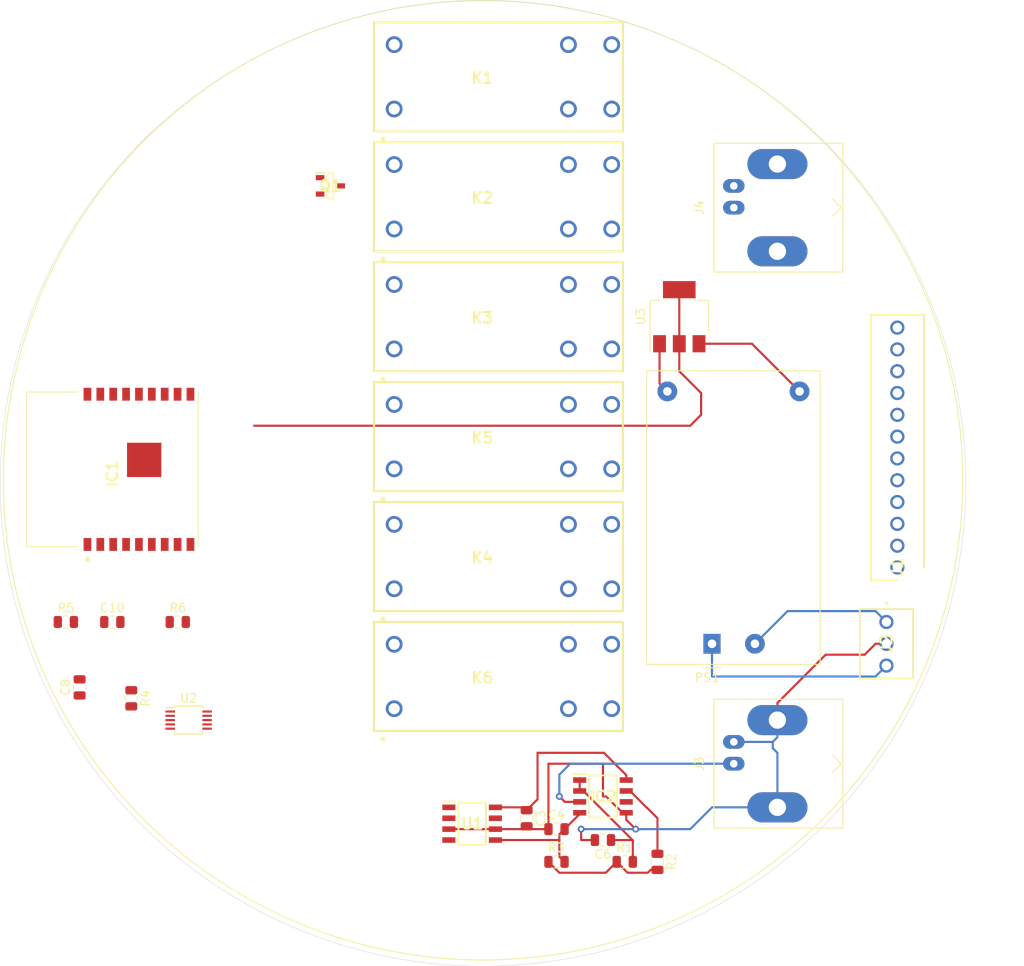
<source format=kicad_pcb>
(kicad_pcb (version 20171130) (host pcbnew "(5.1.0)-1")

  (general
    (thickness 1.6)
    (drawings 2)
    (tracks 90)
    (zones 0)
    (modules 28)
    (nets 30)
  )

  (page A4)
  (layers
    (0 F.Cu signal)
    (31 B.Cu signal)
    (32 B.Adhes user)
    (33 F.Adhes user)
    (34 B.Paste user)
    (35 F.Paste user)
    (36 B.SilkS user)
    (37 F.SilkS user)
    (38 B.Mask user)
    (39 F.Mask user)
    (40 Dwgs.User user)
    (41 Cmts.User user)
    (42 Eco1.User user)
    (43 Eco2.User user)
    (44 Edge.Cuts user)
    (45 Margin user)
    (46 B.CrtYd user)
    (47 F.CrtYd user)
    (48 B.Fab user)
    (49 F.Fab user)
  )

  (setup
    (last_trace_width 0.25)
    (trace_clearance 0.2)
    (zone_clearance 0.508)
    (zone_45_only no)
    (trace_min 0.2)
    (via_size 0.8)
    (via_drill 0.4)
    (via_min_size 0.4)
    (via_min_drill 0.3)
    (uvia_size 0.3)
    (uvia_drill 0.1)
    (uvias_allowed no)
    (uvia_min_size 0.2)
    (uvia_min_drill 0.1)
    (edge_width 0.05)
    (segment_width 0.2)
    (pcb_text_width 0.3)
    (pcb_text_size 1.5 1.5)
    (mod_edge_width 0.12)
    (mod_text_size 1 1)
    (mod_text_width 0.15)
    (pad_size 1.524 1.524)
    (pad_drill 0.762)
    (pad_to_mask_clearance 0.051)
    (solder_mask_min_width 0.25)
    (aux_axis_origin 0 0)
    (visible_elements 7FFFFFFF)
    (pcbplotparams
      (layerselection 0x010fc_ffffffff)
      (usegerberextensions false)
      (usegerberattributes false)
      (usegerberadvancedattributes false)
      (creategerberjobfile false)
      (excludeedgelayer true)
      (linewidth 0.100000)
      (plotframeref false)
      (viasonmask false)
      (mode 1)
      (useauxorigin false)
      (hpglpennumber 1)
      (hpglpenspeed 20)
      (hpglpendiameter 15.000000)
      (psnegative false)
      (psa4output false)
      (plotreference true)
      (plotvalue true)
      (plotinvisibletext false)
      (padsonsilk false)
      (subtractmaskfromsilk false)
      (outputformat 1)
      (mirror false)
      (drillshape 1)
      (scaleselection 1)
      (outputdirectory ""))
  )

  (net 0 "")
  (net 1 "Net-(IC1-Pad6)")
  (net 2 "Net-(IC2-Pad6)")
  (net 3 "Net-(IC2-Pad3)")
  (net 4 "Net-(K1-Pad1)")
  (net 5 +5V)
  (net 6 GND)
  (net 7 -5V)
  (net 8 "Net-(J2-Pad3)")
  (net 9 "Net-(J2-Pad1)")
  (net 10 ORP)
  (net 11 "Net-(C6-Pad1)")
  (net 12 Pool-Motor-Sw2)
  (net 13 Pool-Motor-Sw1)
  (net 14 "Net-(R4-Pad1)")
  (net 15 sda)
  (net 16 scl)
  (net 17 "Net-(C10-Pad1)")
  (net 18 +3V3)
  (net 19 "Net-(J4-Pad2)")
  (net 20 "Net-(J1-Pad12)")
  (net 21 "Net-(J1-Pad11)")
  (net 22 "Net-(J1-Pad10)")
  (net 23 "Net-(J1-Pad9)")
  (net 24 "Net-(J1-Pad8)")
  (net 25 "Net-(J1-Pad7)")
  (net 26 "Net-(J1-Pad6)")
  (net 27 "Net-(J1-Pad5)")
  (net 28 "Net-(J1-Pad4)")
  (net 29 "Net-(J1-Pad3)")

  (net_class Default "Ceci est la Netclass par défaut."
    (clearance 0.2)
    (trace_width 0.25)
    (via_dia 0.8)
    (via_drill 0.4)
    (uvia_dia 0.3)
    (uvia_drill 0.1)
    (add_net +3V3)
    (add_net +5V)
    (add_net -5V)
    (add_net GND)
    (add_net "Net-(C10-Pad1)")
    (add_net "Net-(C6-Pad1)")
    (add_net "Net-(IC1-Pad6)")
    (add_net "Net-(IC2-Pad3)")
    (add_net "Net-(IC2-Pad6)")
    (add_net "Net-(J1-Pad10)")
    (add_net "Net-(J1-Pad11)")
    (add_net "Net-(J1-Pad12)")
    (add_net "Net-(J1-Pad3)")
    (add_net "Net-(J1-Pad4)")
    (add_net "Net-(J1-Pad5)")
    (add_net "Net-(J1-Pad6)")
    (add_net "Net-(J1-Pad7)")
    (add_net "Net-(J1-Pad8)")
    (add_net "Net-(J1-Pad9)")
    (add_net "Net-(J2-Pad1)")
    (add_net "Net-(J2-Pad3)")
    (add_net "Net-(J4-Pad2)")
    (add_net "Net-(K1-Pad1)")
    (add_net "Net-(R4-Pad1)")
    (add_net ORP)
    (add_net Pool-Motor-Sw1)
    (add_net Pool-Motor-Sw2)
    (add_net scl)
    (add_net sda)
  )

  (module ff:SHDR12W90P0X254_1X12_3094X620X850P (layer F.Cu) (tedit 0) (tstamp 5D12DE1C)
    (at 121.92 92.71 90)
    (descr 1725753)
    (tags Connector)
    (path /5D1299A6)
    (fp_text reference J1 (at 0 0 90) (layer F.SilkS)
      (effects (font (size 1.27 1.27) (thickness 0.254)))
    )
    (fp_text value 1725753 (at 0 0 90) (layer F.SilkS) hide
      (effects (font (size 1.27 1.27) (thickness 0.254)))
    )
    (fp_line (start -1.5 -3.1) (end -1.5 0) (layer F.SilkS) (width 0.2))
    (fp_line (start 29.44 -3.1) (end -1.5 -3.1) (layer F.SilkS) (width 0.2))
    (fp_line (start 29.44 3.1) (end 29.44 -3.1) (layer F.SilkS) (width 0.2))
    (fp_line (start 0 3.1) (end 29.44 3.1) (layer F.SilkS) (width 0.2))
    (fp_line (start 29.44 3.1) (end -1.5 3.1) (layer F.Fab) (width 0.1))
    (fp_line (start 29.44 -3.1) (end 29.44 3.1) (layer F.Fab) (width 0.1))
    (fp_line (start -1.5 -3.1) (end 29.44 -3.1) (layer F.Fab) (width 0.1))
    (fp_line (start -1.5 3.1) (end -1.5 -3.1) (layer F.Fab) (width 0.1))
    (fp_line (start 29.69 3.35) (end -1.75 3.35) (layer F.CrtYd) (width 0.05))
    (fp_line (start 29.69 -3.35) (end 29.69 3.35) (layer F.CrtYd) (width 0.05))
    (fp_line (start -1.75 -3.35) (end 29.69 -3.35) (layer F.CrtYd) (width 0.05))
    (fp_line (start -1.75 3.35) (end -1.75 -3.35) (layer F.CrtYd) (width 0.05))
    (fp_text user %R (at 0 0 90) (layer F.Fab)
      (effects (font (size 1.27 1.27) (thickness 0.254)))
    )
    (pad 12 thru_hole circle (at 27.94 0 90) (size 1.65 1.65) (drill 1.1) (layers *.Cu *.Mask)
      (net 20 "Net-(J1-Pad12)"))
    (pad 11 thru_hole circle (at 25.4 0 90) (size 1.65 1.65) (drill 1.1) (layers *.Cu *.Mask)
      (net 21 "Net-(J1-Pad11)"))
    (pad 10 thru_hole circle (at 22.86 0 90) (size 1.65 1.65) (drill 1.1) (layers *.Cu *.Mask)
      (net 22 "Net-(J1-Pad10)"))
    (pad 9 thru_hole circle (at 20.32 0 90) (size 1.65 1.65) (drill 1.1) (layers *.Cu *.Mask)
      (net 23 "Net-(J1-Pad9)"))
    (pad 8 thru_hole circle (at 17.78 0 90) (size 1.65 1.65) (drill 1.1) (layers *.Cu *.Mask)
      (net 24 "Net-(J1-Pad8)"))
    (pad 7 thru_hole circle (at 15.24 0 90) (size 1.65 1.65) (drill 1.1) (layers *.Cu *.Mask)
      (net 25 "Net-(J1-Pad7)"))
    (pad 6 thru_hole circle (at 12.7 0 90) (size 1.65 1.65) (drill 1.1) (layers *.Cu *.Mask)
      (net 26 "Net-(J1-Pad6)"))
    (pad 5 thru_hole circle (at 10.16 0 90) (size 1.65 1.65) (drill 1.1) (layers *.Cu *.Mask)
      (net 27 "Net-(J1-Pad5)"))
    (pad 4 thru_hole circle (at 7.62 0 90) (size 1.65 1.65) (drill 1.1) (layers *.Cu *.Mask)
      (net 28 "Net-(J1-Pad4)"))
    (pad 3 thru_hole circle (at 5.08 0 90) (size 1.65 1.65) (drill 1.1) (layers *.Cu *.Mask)
      (net 29 "Net-(J1-Pad3)"))
    (pad 2 thru_hole circle (at 2.54 0 90) (size 1.65 1.65) (drill 1.1) (layers *.Cu *.Mask)
      (net 12 Pool-Motor-Sw2))
    (pad 1 thru_hole circle (at 0 0 90) (size 1.65 1.65) (drill 1.1) (layers *.Cu *.Mask)
      (net 13 Pool-Motor-Sw1))
    (model C:\Users\sbrissy\Documents\kicad_mouser\SamacSys_Parts.3dshapes\1725753.stp
      (at (xyz 0 0 0))
      (scale (xyz 1 1 1))
      (rotate (xyz 0 0 0))
    )
  )

  (module Package_TO_SOT_SMD:SOT-223-3_TabPin2 (layer F.Cu) (tedit 5A02FF57) (tstamp 5D12CC16)
    (at 96.52 63.5 90)
    (descr "module CMS SOT223 4 pins")
    (tags "CMS SOT")
    (path /5D2C4994)
    (attr smd)
    (fp_text reference U3 (at 0 -4.5 90) (layer F.SilkS)
      (effects (font (size 1 1) (thickness 0.15)))
    )
    (fp_text value LD1117S33TR_SOT223 (at 0 4.5 90) (layer F.Fab)
      (effects (font (size 1 1) (thickness 0.15)))
    )
    (fp_line (start 1.85 -3.35) (end 1.85 3.35) (layer F.Fab) (width 0.1))
    (fp_line (start -1.85 3.35) (end 1.85 3.35) (layer F.Fab) (width 0.1))
    (fp_line (start -4.1 -3.41) (end 1.91 -3.41) (layer F.SilkS) (width 0.12))
    (fp_line (start -0.85 -3.35) (end 1.85 -3.35) (layer F.Fab) (width 0.1))
    (fp_line (start -1.85 3.41) (end 1.91 3.41) (layer F.SilkS) (width 0.12))
    (fp_line (start -1.85 -2.35) (end -1.85 3.35) (layer F.Fab) (width 0.1))
    (fp_line (start -1.85 -2.35) (end -0.85 -3.35) (layer F.Fab) (width 0.1))
    (fp_line (start -4.4 -3.6) (end -4.4 3.6) (layer F.CrtYd) (width 0.05))
    (fp_line (start -4.4 3.6) (end 4.4 3.6) (layer F.CrtYd) (width 0.05))
    (fp_line (start 4.4 3.6) (end 4.4 -3.6) (layer F.CrtYd) (width 0.05))
    (fp_line (start 4.4 -3.6) (end -4.4 -3.6) (layer F.CrtYd) (width 0.05))
    (fp_line (start 1.91 -3.41) (end 1.91 -2.15) (layer F.SilkS) (width 0.12))
    (fp_line (start 1.91 3.41) (end 1.91 2.15) (layer F.SilkS) (width 0.12))
    (fp_text user %R (at 0 0 180) (layer F.Fab)
      (effects (font (size 0.8 0.8) (thickness 0.12)))
    )
    (pad 1 smd rect (at -3.15 -2.3 90) (size 2 1.5) (layers F.Cu F.Paste F.Mask)
      (net 6 GND))
    (pad 3 smd rect (at -3.15 2.3 90) (size 2 1.5) (layers F.Cu F.Paste F.Mask)
      (net 5 +5V))
    (pad 2 smd rect (at -3.15 0 90) (size 2 1.5) (layers F.Cu F.Paste F.Mask)
      (net 18 +3V3))
    (pad 2 smd rect (at 3.15 0 90) (size 2 3.8) (layers F.Cu F.Paste F.Mask)
      (net 18 +3V3))
    (model ${KISYS3DMOD}/Package_TO_SOT_SMD.3dshapes/SOT-223.wrl
      (at (xyz 0 0 0))
      (scale (xyz 1 1 1))
      (rotate (xyz 0 0 0))
    )
  )

  (module Resistor_SMD:R_0805_2012Metric (layer F.Cu) (tedit 5B36C52B) (tstamp 5D1297E6)
    (at 38.1 99.06)
    (descr "Resistor SMD 0805 (2012 Metric), square (rectangular) end terminal, IPC_7351 nominal, (Body size source: https://docs.google.com/spreadsheets/d/1BsfQQcO9C6DZCsRaXUlFlo91Tg2WpOkGARC1WS5S8t0/edit?usp=sharing), generated with kicad-footprint-generator")
    (tags resistor)
    (path /5D258066)
    (attr smd)
    (fp_text reference R6 (at 0 -1.65) (layer F.SilkS)
      (effects (font (size 1 1) (thickness 0.15)))
    )
    (fp_text value R (at 0 1.65) (layer F.Fab) hide
      (effects (font (size 1 1) (thickness 0.15)))
    )
    (fp_text user %R (at 0 0) (layer F.Fab)
      (effects (font (size 0.5 0.5) (thickness 0.08)))
    )
    (fp_line (start 1.68 0.95) (end -1.68 0.95) (layer F.CrtYd) (width 0.05))
    (fp_line (start 1.68 -0.95) (end 1.68 0.95) (layer F.CrtYd) (width 0.05))
    (fp_line (start -1.68 -0.95) (end 1.68 -0.95) (layer F.CrtYd) (width 0.05))
    (fp_line (start -1.68 0.95) (end -1.68 -0.95) (layer F.CrtYd) (width 0.05))
    (fp_line (start -0.258578 0.71) (end 0.258578 0.71) (layer F.SilkS) (width 0.12))
    (fp_line (start -0.258578 -0.71) (end 0.258578 -0.71) (layer F.SilkS) (width 0.12))
    (fp_line (start 1 0.6) (end -1 0.6) (layer F.Fab) (width 0.1))
    (fp_line (start 1 -0.6) (end 1 0.6) (layer F.Fab) (width 0.1))
    (fp_line (start -1 -0.6) (end 1 -0.6) (layer F.Fab) (width 0.1))
    (fp_line (start -1 0.6) (end -1 -0.6) (layer F.Fab) (width 0.1))
    (pad 2 smd roundrect (at 0.9375 0) (size 0.975 1.4) (layers F.Cu F.Paste F.Mask) (roundrect_rratio 0.25)
      (net 6 GND))
    (pad 1 smd roundrect (at -0.9375 0) (size 0.975 1.4) (layers F.Cu F.Paste F.Mask) (roundrect_rratio 0.25)
      (net 1 "Net-(IC1-Pad6)"))
    (model ${KISYS3DMOD}/Resistor_SMD.3dshapes/R_0805_2012Metric.wrl
      (at (xyz 0 0 0))
      (scale (xyz 1 1 1))
      (rotate (xyz 0 0 0))
    )
  )

  (module Resistor_SMD:R_0805_2012Metric (layer F.Cu) (tedit 5B36C52B) (tstamp 5D1297D5)
    (at 25.0675 99.06)
    (descr "Resistor SMD 0805 (2012 Metric), square (rectangular) end terminal, IPC_7351 nominal, (Body size source: https://docs.google.com/spreadsheets/d/1BsfQQcO9C6DZCsRaXUlFlo91Tg2WpOkGARC1WS5S8t0/edit?usp=sharing), generated with kicad-footprint-generator")
    (tags resistor)
    (path /5D26B06E)
    (attr smd)
    (fp_text reference R5 (at 0 -1.65) (layer F.SilkS)
      (effects (font (size 1 1) (thickness 0.15)))
    )
    (fp_text value R (at 0 1.65) (layer F.Fab) hide
      (effects (font (size 1 1) (thickness 0.15)))
    )
    (fp_text user %R (at 0 0) (layer F.Fab)
      (effects (font (size 0.5 0.5) (thickness 0.08)))
    )
    (fp_line (start 1.68 0.95) (end -1.68 0.95) (layer F.CrtYd) (width 0.05))
    (fp_line (start 1.68 -0.95) (end 1.68 0.95) (layer F.CrtYd) (width 0.05))
    (fp_line (start -1.68 -0.95) (end 1.68 -0.95) (layer F.CrtYd) (width 0.05))
    (fp_line (start -1.68 0.95) (end -1.68 -0.95) (layer F.CrtYd) (width 0.05))
    (fp_line (start -0.258578 0.71) (end 0.258578 0.71) (layer F.SilkS) (width 0.12))
    (fp_line (start -0.258578 -0.71) (end 0.258578 -0.71) (layer F.SilkS) (width 0.12))
    (fp_line (start 1 0.6) (end -1 0.6) (layer F.Fab) (width 0.1))
    (fp_line (start 1 -0.6) (end 1 0.6) (layer F.Fab) (width 0.1))
    (fp_line (start -1 -0.6) (end 1 -0.6) (layer F.Fab) (width 0.1))
    (fp_line (start -1 0.6) (end -1 -0.6) (layer F.Fab) (width 0.1))
    (pad 2 smd roundrect (at 0.9375 0) (size 0.975 1.4) (layers F.Cu F.Paste F.Mask) (roundrect_rratio 0.25)
      (net 18 +3V3))
    (pad 1 smd roundrect (at -0.9375 0) (size 0.975 1.4) (layers F.Cu F.Paste F.Mask) (roundrect_rratio 0.25)
      (net 17 "Net-(C10-Pad1)"))
    (model ${KISYS3DMOD}/Resistor_SMD.3dshapes/R_0805_2012Metric.wrl
      (at (xyz 0 0 0))
      (scale (xyz 1 1 1))
      (rotate (xyz 0 0 0))
    )
  )

  (module Resistor_SMD:R_0805_2012Metric (layer F.Cu) (tedit 5B36C52B) (tstamp 5D1297C4)
    (at 32.6875 107.95 270)
    (descr "Resistor SMD 0805 (2012 Metric), square (rectangular) end terminal, IPC_7351 nominal, (Body size source: https://docs.google.com/spreadsheets/d/1BsfQQcO9C6DZCsRaXUlFlo91Tg2WpOkGARC1WS5S8t0/edit?usp=sharing), generated with kicad-footprint-generator")
    (tags resistor)
    (path /5D1E17E9)
    (attr smd)
    (fp_text reference R4 (at 0 -1.65 270) (layer F.SilkS)
      (effects (font (size 1 1) (thickness 0.15)))
    )
    (fp_text value 0R (at 0 1.65 270) (layer F.Fab) hide
      (effects (font (size 1 1) (thickness 0.15)))
    )
    (fp_text user %R (at 0 0 270) (layer F.Fab)
      (effects (font (size 0.5 0.5) (thickness 0.08)))
    )
    (fp_line (start 1.68 0.95) (end -1.68 0.95) (layer F.CrtYd) (width 0.05))
    (fp_line (start 1.68 -0.95) (end 1.68 0.95) (layer F.CrtYd) (width 0.05))
    (fp_line (start -1.68 -0.95) (end 1.68 -0.95) (layer F.CrtYd) (width 0.05))
    (fp_line (start -1.68 0.95) (end -1.68 -0.95) (layer F.CrtYd) (width 0.05))
    (fp_line (start -0.258578 0.71) (end 0.258578 0.71) (layer F.SilkS) (width 0.12))
    (fp_line (start -0.258578 -0.71) (end 0.258578 -0.71) (layer F.SilkS) (width 0.12))
    (fp_line (start 1 0.6) (end -1 0.6) (layer F.Fab) (width 0.1))
    (fp_line (start 1 -0.6) (end 1 0.6) (layer F.Fab) (width 0.1))
    (fp_line (start -1 -0.6) (end 1 -0.6) (layer F.Fab) (width 0.1))
    (fp_line (start -1 0.6) (end -1 -0.6) (layer F.Fab) (width 0.1))
    (pad 2 smd roundrect (at 0.9375 0 270) (size 0.975 1.4) (layers F.Cu F.Paste F.Mask) (roundrect_rratio 0.25)
      (net 6 GND))
    (pad 1 smd roundrect (at -0.9375 0 270) (size 0.975 1.4) (layers F.Cu F.Paste F.Mask) (roundrect_rratio 0.25)
      (net 14 "Net-(R4-Pad1)"))
    (model ${KISYS3DMOD}/Resistor_SMD.3dshapes/R_0805_2012Metric.wrl
      (at (xyz 0 0 0))
      (scale (xyz 1 1 1))
      (rotate (xyz 0 0 0))
    )
  )

  (module Resistor_SMD:R_0805_2012Metric (layer F.Cu) (tedit 5B36C52B) (tstamp 5D1297B3)
    (at 82.2175 127)
    (descr "Resistor SMD 0805 (2012 Metric), square (rectangular) end terminal, IPC_7351 nominal, (Body size source: https://docs.google.com/spreadsheets/d/1BsfQQcO9C6DZCsRaXUlFlo91Tg2WpOkGARC1WS5S8t0/edit?usp=sharing), generated with kicad-footprint-generator")
    (tags resistor)
    (path /5D15FD7E)
    (attr smd)
    (fp_text reference R3 (at 0 -1.65) (layer F.SilkS)
      (effects (font (size 1 1) (thickness 0.15)))
    )
    (fp_text value R (at 0 1.65) (layer F.Fab) hide
      (effects (font (size 1 1) (thickness 0.15)))
    )
    (fp_text user %R (at 0 0) (layer F.Fab) hide
      (effects (font (size 0.5 0.5) (thickness 0.08)))
    )
    (fp_line (start 1.68 0.95) (end -1.68 0.95) (layer F.CrtYd) (width 0.05))
    (fp_line (start 1.68 -0.95) (end 1.68 0.95) (layer F.CrtYd) (width 0.05))
    (fp_line (start -1.68 -0.95) (end 1.68 -0.95) (layer F.CrtYd) (width 0.05))
    (fp_line (start -1.68 0.95) (end -1.68 -0.95) (layer F.CrtYd) (width 0.05))
    (fp_line (start -0.258578 0.71) (end 0.258578 0.71) (layer F.SilkS) (width 0.12))
    (fp_line (start -0.258578 -0.71) (end 0.258578 -0.71) (layer F.SilkS) (width 0.12))
    (fp_line (start 1 0.6) (end -1 0.6) (layer F.Fab) (width 0.1))
    (fp_line (start 1 -0.6) (end 1 0.6) (layer F.Fab) (width 0.1))
    (fp_line (start -1 -0.6) (end 1 -0.6) (layer F.Fab) (width 0.1))
    (fp_line (start -1 0.6) (end -1 -0.6) (layer F.Fab) (width 0.1))
    (pad 2 smd roundrect (at 0.9375 0) (size 0.975 1.4) (layers F.Cu F.Paste F.Mask) (roundrect_rratio 0.25)
      (net 7 -5V))
    (pad 1 smd roundrect (at -0.9375 0) (size 0.975 1.4) (layers F.Cu F.Paste F.Mask) (roundrect_rratio 0.25)
      (net 2 "Net-(IC2-Pad6)"))
    (model ${KISYS3DMOD}/Resistor_SMD.3dshapes/R_0805_2012Metric.wrl
      (at (xyz 0 0 0))
      (scale (xyz 1 1 1))
      (rotate (xyz 0 0 0))
    )
  )

  (module Resistor_SMD:R_0805_2012Metric (layer F.Cu) (tedit 5B36C52B) (tstamp 5D1297A2)
    (at 93.98 127 270)
    (descr "Resistor SMD 0805 (2012 Metric), square (rectangular) end terminal, IPC_7351 nominal, (Body size source: https://docs.google.com/spreadsheets/d/1BsfQQcO9C6DZCsRaXUlFlo91Tg2WpOkGARC1WS5S8t0/edit?usp=sharing), generated with kicad-footprint-generator")
    (tags resistor)
    (path /5D15BA4E)
    (attr smd)
    (fp_text reference R2 (at 0 -1.65 270) (layer F.SilkS)
      (effects (font (size 1 1) (thickness 0.15)))
    )
    (fp_text value R (at 0 1.65 270) (layer F.Fab) hide
      (effects (font (size 1 1) (thickness 0.15)))
    )
    (fp_text user %R (at 0 0 270) (layer F.Fab)
      (effects (font (size 0.5 0.5) (thickness 0.08)))
    )
    (fp_line (start 1.68 0.95) (end -1.68 0.95) (layer F.CrtYd) (width 0.05))
    (fp_line (start 1.68 -0.95) (end 1.68 0.95) (layer F.CrtYd) (width 0.05))
    (fp_line (start -1.68 -0.95) (end 1.68 -0.95) (layer F.CrtYd) (width 0.05))
    (fp_line (start -1.68 0.95) (end -1.68 -0.95) (layer F.CrtYd) (width 0.05))
    (fp_line (start -0.258578 0.71) (end 0.258578 0.71) (layer F.SilkS) (width 0.12))
    (fp_line (start -0.258578 -0.71) (end 0.258578 -0.71) (layer F.SilkS) (width 0.12))
    (fp_line (start 1 0.6) (end -1 0.6) (layer F.Fab) (width 0.1))
    (fp_line (start 1 -0.6) (end 1 0.6) (layer F.Fab) (width 0.1))
    (fp_line (start -1 -0.6) (end 1 -0.6) (layer F.Fab) (width 0.1))
    (fp_line (start -1 0.6) (end -1 -0.6) (layer F.Fab) (width 0.1))
    (pad 2 smd roundrect (at 0.9375 0 270) (size 0.975 1.4) (layers F.Cu F.Paste F.Mask) (roundrect_rratio 0.25)
      (net 2 "Net-(IC2-Pad6)"))
    (pad 1 smd roundrect (at -0.9375 0 270) (size 0.975 1.4) (layers F.Cu F.Paste F.Mask) (roundrect_rratio 0.25)
      (net 10 ORP))
    (model ${KISYS3DMOD}/Resistor_SMD.3dshapes/R_0805_2012Metric.wrl
      (at (xyz 0 0 0))
      (scale (xyz 1 1 1))
      (rotate (xyz 0 0 0))
    )
  )

  (module Resistor_SMD:R_0805_2012Metric (layer F.Cu) (tedit 5B36C52B) (tstamp 5D129791)
    (at 90.17 127)
    (descr "Resistor SMD 0805 (2012 Metric), square (rectangular) end terminal, IPC_7351 nominal, (Body size source: https://docs.google.com/spreadsheets/d/1BsfQQcO9C6DZCsRaXUlFlo91Tg2WpOkGARC1WS5S8t0/edit?usp=sharing), generated with kicad-footprint-generator")
    (tags resistor)
    (path /5D150A14)
    (attr smd)
    (fp_text reference R1 (at 0 -1.65) (layer F.SilkS)
      (effects (font (size 1 1) (thickness 0.15)))
    )
    (fp_text value R (at 0 1.65) (layer F.Fab) hide
      (effects (font (size 1 1) (thickness 0.15)))
    )
    (fp_text user %R (at 0 0) (layer F.Fab)
      (effects (font (size 0.5 0.5) (thickness 0.08)))
    )
    (fp_line (start 1.68 0.95) (end -1.68 0.95) (layer F.CrtYd) (width 0.05))
    (fp_line (start 1.68 -0.95) (end 1.68 0.95) (layer F.CrtYd) (width 0.05))
    (fp_line (start -1.68 -0.95) (end 1.68 -0.95) (layer F.CrtYd) (width 0.05))
    (fp_line (start -1.68 0.95) (end -1.68 -0.95) (layer F.CrtYd) (width 0.05))
    (fp_line (start -0.258578 0.71) (end 0.258578 0.71) (layer F.SilkS) (width 0.12))
    (fp_line (start -0.258578 -0.71) (end 0.258578 -0.71) (layer F.SilkS) (width 0.12))
    (fp_line (start 1 0.6) (end -1 0.6) (layer F.Fab) (width 0.1))
    (fp_line (start 1 -0.6) (end 1 0.6) (layer F.Fab) (width 0.1))
    (fp_line (start -1 -0.6) (end 1 -0.6) (layer F.Fab) (width 0.1))
    (fp_line (start -1 0.6) (end -1 -0.6) (layer F.Fab) (width 0.1))
    (pad 2 smd roundrect (at 0.9375 0) (size 0.975 1.4) (layers F.Cu F.Paste F.Mask) (roundrect_rratio 0.25)
      (net 11 "Net-(C6-Pad1)"))
    (pad 1 smd roundrect (at -0.9375 0) (size 0.975 1.4) (layers F.Cu F.Paste F.Mask) (roundrect_rratio 0.25)
      (net 2 "Net-(IC2-Pad6)"))
    (model ${KISYS3DMOD}/Resistor_SMD.3dshapes/R_0805_2012Metric.wrl
      (at (xyz 0 0 0))
      (scale (xyz 1 1 1))
      (rotate (xyz 0 0 0))
    )
  )

  (module Connector_Coaxial:BNC_Amphenol_B6252HB-NPP3G-50_Horizontal (layer F.Cu) (tedit 5C13907B) (tstamp 5D129642)
    (at 102.87 50.8 270)
    (descr http://www.farnell.com/datasheets/612848.pdf)
    (tags "BNC Amphenol Horizontal")
    (path /5D1305E6)
    (fp_text reference J4 (at 0 4 270) (layer F.SilkS)
      (effects (font (size 1 1) (thickness 0.15)))
    )
    (fp_text value Conn_Coaxial (at 0 6 90) (layer F.Fab) hide
      (effects (font (size 1 1) (thickness 0.15)))
    )
    (fp_line (start 0 -12.5) (end 1 -11.5) (layer F.SilkS) (width 0.12))
    (fp_line (start 0 -12.5) (end -1 -11.5) (layer F.SilkS) (width 0.12))
    (fp_line (start 7.85 2.7) (end 7.85 -33.8) (layer F.CrtYd) (width 0.05))
    (fp_line (start 7.85 -33.8) (end -7.85 -33.8) (layer F.CrtYd) (width 0.05))
    (fp_line (start -7.85 2.7) (end -7.85 -33.8) (layer F.CrtYd) (width 0.05))
    (fp_line (start -7.85 2.7) (end 7.85 2.7) (layer F.CrtYd) (width 0.05))
    (fp_line (start -7.5 2.3) (end -7.5 -12.7) (layer F.SilkS) (width 0.12))
    (fp_line (start 7.5 2.3) (end -7.5 2.3) (layer F.SilkS) (width 0.12))
    (fp_line (start 7.5 -12.7) (end 7.5 2.3) (layer F.SilkS) (width 0.12))
    (fp_line (start -7.5 -12.7) (end 7.5 -12.7) (layer F.SilkS) (width 0.12))
    (fp_line (start -5 -14) (end 5 -15) (layer F.Fab) (width 0.1))
    (fp_text user %R (at 0 0 270) (layer F.Fab)
      (effects (font (size 1 1) (thickness 0.15)))
    )
    (fp_line (start -7.35 -12.7) (end -7.35 2.2) (layer F.Fab) (width 0.1))
    (fp_line (start 7.35 -12.7) (end -7.35 -12.7) (layer F.Fab) (width 0.1))
    (fp_line (start 7.35 2.2) (end 7.35 -12.7) (layer F.Fab) (width 0.1))
    (fp_line (start -7.35 2.2) (end 7.35 2.2) (layer F.Fab) (width 0.1))
    (fp_line (start -6.35 -21.4) (end -6.35 -12.7) (layer F.Fab) (width 0.1))
    (fp_line (start 6.35 -21.4) (end -6.35 -21.4) (layer F.Fab) (width 0.1))
    (fp_line (start 6.35 -12.7) (end 6.35 -21.4) (layer F.Fab) (width 0.1))
    (fp_line (start -4.8 -33.3) (end -4.8 -21.4) (layer F.Fab) (width 0.1))
    (fp_line (start 4.8 -33.3) (end -4.8 -33.3) (layer F.Fab) (width 0.1))
    (fp_line (start 4.8 -21.4) (end 4.8 -33.3) (layer F.Fab) (width 0.1))
    (fp_circle (center 0 -28.07) (end 1 -28.07) (layer F.Fab) (width 0.1))
    (fp_line (start -5 -15) (end 5 -16) (layer F.Fab) (width 0.1))
    (fp_line (start -5 -16) (end 5 -17) (layer F.Fab) (width 0.1))
    (fp_line (start -5 -17) (end 5 -18) (layer F.Fab) (width 0.1))
    (fp_line (start -5 -18) (end 5 -19) (layer F.Fab) (width 0.1))
    (fp_line (start -5 -19) (end 5 -20) (layer F.Fab) (width 0.1))
    (fp_line (start -5 -20) (end 5 -21) (layer F.Fab) (width 0.1))
    (pad 2 thru_hole oval (at -2.54 0 270) (size 1.6 2.5) (drill 0.89) (layers *.Cu *.Mask)
      (net 19 "Net-(J4-Pad2)"))
    (pad 1 thru_hole oval (at 0 0 270) (size 1.6 2.5) (drill 0.89) (layers *.Cu *.Mask))
    (pad 2 thru_hole oval (at 5.08 -5.08 270) (size 3.5 7) (drill 2.01) (layers *.Cu *.Mask)
      (net 19 "Net-(J4-Pad2)"))
    (pad 2 thru_hole oval (at -5.08 -5.08 270) (size 3.5 7) (drill 2.01) (layers *.Cu *.Mask)
      (net 19 "Net-(J4-Pad2)"))
    (model ${KISYS3DMOD}/Connector_Coaxial.3dshapes/BNC_Amphenol_B6252HB-NPP3G-50_Horizontal.wrl
      (at (xyz 0 0 0))
      (scale (xyz 1 1 1))
      (rotate (xyz 0 0 0))
    )
  )

  (module Connector_Coaxial:BNC_Amphenol_B6252HB-NPP3G-50_Horizontal (layer F.Cu) (tedit 5C13907B) (tstamp 5D12961D)
    (at 102.87 115.57 270)
    (descr http://www.farnell.com/datasheets/612848.pdf)
    (tags "BNC Amphenol Horizontal")
    (path /5D12F347)
    (fp_text reference J3 (at 0 4 270) (layer F.SilkS)
      (effects (font (size 1 1) (thickness 0.15)))
    )
    (fp_text value Conn_Coaxial (at 0 6 90) (layer F.Fab) hide
      (effects (font (size 1 1) (thickness 0.15)))
    )
    (fp_line (start 0 -12.5) (end 1 -11.5) (layer F.SilkS) (width 0.12))
    (fp_line (start 0 -12.5) (end -1 -11.5) (layer F.SilkS) (width 0.12))
    (fp_line (start 7.85 2.7) (end 7.85 -33.8) (layer F.CrtYd) (width 0.05))
    (fp_line (start 7.85 -33.8) (end -7.85 -33.8) (layer F.CrtYd) (width 0.05))
    (fp_line (start -7.85 2.7) (end -7.85 -33.8) (layer F.CrtYd) (width 0.05))
    (fp_line (start -7.85 2.7) (end 7.85 2.7) (layer F.CrtYd) (width 0.05))
    (fp_line (start -7.5 2.3) (end -7.5 -12.7) (layer F.SilkS) (width 0.12))
    (fp_line (start 7.5 2.3) (end -7.5 2.3) (layer F.SilkS) (width 0.12))
    (fp_line (start 7.5 -12.7) (end 7.5 2.3) (layer F.SilkS) (width 0.12))
    (fp_line (start -7.5 -12.7) (end 7.5 -12.7) (layer F.SilkS) (width 0.12))
    (fp_line (start -5 -14) (end 5 -15) (layer F.Fab) (width 0.1))
    (fp_text user %R (at 0 0 270) (layer F.Fab)
      (effects (font (size 1 1) (thickness 0.15)))
    )
    (fp_line (start -7.35 -12.7) (end -7.35 2.2) (layer F.Fab) (width 0.1))
    (fp_line (start 7.35 -12.7) (end -7.35 -12.7) (layer F.Fab) (width 0.1))
    (fp_line (start 7.35 2.2) (end 7.35 -12.7) (layer F.Fab) (width 0.1))
    (fp_line (start -7.35 2.2) (end 7.35 2.2) (layer F.Fab) (width 0.1))
    (fp_line (start -6.35 -21.4) (end -6.35 -12.7) (layer F.Fab) (width 0.1))
    (fp_line (start 6.35 -21.4) (end -6.35 -21.4) (layer F.Fab) (width 0.1))
    (fp_line (start 6.35 -12.7) (end 6.35 -21.4) (layer F.Fab) (width 0.1))
    (fp_line (start -4.8 -33.3) (end -4.8 -21.4) (layer F.Fab) (width 0.1))
    (fp_line (start 4.8 -33.3) (end -4.8 -33.3) (layer F.Fab) (width 0.1))
    (fp_line (start 4.8 -21.4) (end 4.8 -33.3) (layer F.Fab) (width 0.1))
    (fp_circle (center 0 -28.07) (end 1 -28.07) (layer F.Fab) (width 0.1))
    (fp_line (start -5 -15) (end 5 -16) (layer F.Fab) (width 0.1))
    (fp_line (start -5 -16) (end 5 -17) (layer F.Fab) (width 0.1))
    (fp_line (start -5 -17) (end 5 -18) (layer F.Fab) (width 0.1))
    (fp_line (start -5 -18) (end 5 -19) (layer F.Fab) (width 0.1))
    (fp_line (start -5 -19) (end 5 -20) (layer F.Fab) (width 0.1))
    (fp_line (start -5 -20) (end 5 -21) (layer F.Fab) (width 0.1))
    (pad 2 thru_hole oval (at -2.54 0 270) (size 1.6 2.5) (drill 0.89) (layers *.Cu *.Mask)
      (net 6 GND))
    (pad 1 thru_hole oval (at 0 0 270) (size 1.6 2.5) (drill 0.89) (layers *.Cu *.Mask)
      (net 3 "Net-(IC2-Pad3)"))
    (pad 2 thru_hole oval (at 5.08 -5.08 270) (size 3.5 7) (drill 2.01) (layers *.Cu *.Mask)
      (net 6 GND))
    (pad 2 thru_hole oval (at -5.08 -5.08 270) (size 3.5 7) (drill 2.01) (layers *.Cu *.Mask)
      (net 6 GND))
    (model ${KISYS3DMOD}/Connector_Coaxial.3dshapes/BNC_Amphenol_B6252HB-NPP3G-50_Horizontal.wrl
      (at (xyz 0 0 0))
      (scale (xyz 1 1 1))
      (rotate (xyz 0 0 0))
    )
  )

  (module Capacitor_SMD:C_0805_2012Metric (layer F.Cu) (tedit 5B36C52B) (tstamp 5D129504)
    (at 30.48 99.06)
    (descr "Capacitor SMD 0805 (2012 Metric), square (rectangular) end terminal, IPC_7351 nominal, (Body size source: https://docs.google.com/spreadsheets/d/1BsfQQcO9C6DZCsRaXUlFlo91Tg2WpOkGARC1WS5S8t0/edit?usp=sharing), generated with kicad-footprint-generator")
    (tags capacitor)
    (path /5D202246)
    (attr smd)
    (fp_text reference C10 (at 0 -1.65) (layer F.SilkS)
      (effects (font (size 1 1) (thickness 0.15)))
    )
    (fp_text value C (at 0 1.65) (layer F.Fab) hide
      (effects (font (size 1 1) (thickness 0.15)))
    )
    (fp_text user %R (at 0 0) (layer F.Fab)
      (effects (font (size 0.5 0.5) (thickness 0.08)))
    )
    (fp_line (start 1.68 0.95) (end -1.68 0.95) (layer F.CrtYd) (width 0.05))
    (fp_line (start 1.68 -0.95) (end 1.68 0.95) (layer F.CrtYd) (width 0.05))
    (fp_line (start -1.68 -0.95) (end 1.68 -0.95) (layer F.CrtYd) (width 0.05))
    (fp_line (start -1.68 0.95) (end -1.68 -0.95) (layer F.CrtYd) (width 0.05))
    (fp_line (start -0.258578 0.71) (end 0.258578 0.71) (layer F.SilkS) (width 0.12))
    (fp_line (start -0.258578 -0.71) (end 0.258578 -0.71) (layer F.SilkS) (width 0.12))
    (fp_line (start 1 0.6) (end -1 0.6) (layer F.Fab) (width 0.1))
    (fp_line (start 1 -0.6) (end 1 0.6) (layer F.Fab) (width 0.1))
    (fp_line (start -1 -0.6) (end 1 -0.6) (layer F.Fab) (width 0.1))
    (fp_line (start -1 0.6) (end -1 -0.6) (layer F.Fab) (width 0.1))
    (pad 2 smd roundrect (at 0.9375 0) (size 0.975 1.4) (layers F.Cu F.Paste F.Mask) (roundrect_rratio 0.25)
      (net 6 GND))
    (pad 1 smd roundrect (at -0.9375 0) (size 0.975 1.4) (layers F.Cu F.Paste F.Mask) (roundrect_rratio 0.25)
      (net 17 "Net-(C10-Pad1)"))
    (model ${KISYS3DMOD}/Capacitor_SMD.3dshapes/C_0805_2012Metric.wrl
      (at (xyz 0 0 0))
      (scale (xyz 1 1 1))
      (rotate (xyz 0 0 0))
    )
  )

  (module Capacitor_SMD:C_0805_2012Metric (layer F.Cu) (tedit 5B36C52B) (tstamp 5D1294F3)
    (at 26.67 106.68 90)
    (descr "Capacitor SMD 0805 (2012 Metric), square (rectangular) end terminal, IPC_7351 nominal, (Body size source: https://docs.google.com/spreadsheets/d/1BsfQQcO9C6DZCsRaXUlFlo91Tg2WpOkGARC1WS5S8t0/edit?usp=sharing), generated with kicad-footprint-generator")
    (tags capacitor)
    (path /5D2029DA)
    (attr smd)
    (fp_text reference C8 (at 0 -1.65 90) (layer F.SilkS)
      (effects (font (size 1 1) (thickness 0.15)))
    )
    (fp_text value C (at 0 1.65 90) (layer F.Fab) hide
      (effects (font (size 1 1) (thickness 0.15)))
    )
    (fp_text user %R (at 0 0 90) (layer F.Fab)
      (effects (font (size 0.5 0.5) (thickness 0.08)))
    )
    (fp_line (start 1.68 0.95) (end -1.68 0.95) (layer F.CrtYd) (width 0.05))
    (fp_line (start 1.68 -0.95) (end 1.68 0.95) (layer F.CrtYd) (width 0.05))
    (fp_line (start -1.68 -0.95) (end 1.68 -0.95) (layer F.CrtYd) (width 0.05))
    (fp_line (start -1.68 0.95) (end -1.68 -0.95) (layer F.CrtYd) (width 0.05))
    (fp_line (start -0.258578 0.71) (end 0.258578 0.71) (layer F.SilkS) (width 0.12))
    (fp_line (start -0.258578 -0.71) (end 0.258578 -0.71) (layer F.SilkS) (width 0.12))
    (fp_line (start 1 0.6) (end -1 0.6) (layer F.Fab) (width 0.1))
    (fp_line (start 1 -0.6) (end 1 0.6) (layer F.Fab) (width 0.1))
    (fp_line (start -1 -0.6) (end 1 -0.6) (layer F.Fab) (width 0.1))
    (fp_line (start -1 0.6) (end -1 -0.6) (layer F.Fab) (width 0.1))
    (pad 2 smd roundrect (at 0.9375 0 90) (size 0.975 1.4) (layers F.Cu F.Paste F.Mask) (roundrect_rratio 0.25)
      (net 6 GND))
    (pad 1 smd roundrect (at -0.9375 0 90) (size 0.975 1.4) (layers F.Cu F.Paste F.Mask) (roundrect_rratio 0.25)
      (net 18 +3V3))
    (model ${KISYS3DMOD}/Capacitor_SMD.3dshapes/C_0805_2012Metric.wrl
      (at (xyz 0 0 0))
      (scale (xyz 1 1 1))
      (rotate (xyz 0 0 0))
    )
  )

  (module Capacitor_SMD:C_0805_2012Metric (layer F.Cu) (tedit 5B36C52B) (tstamp 5D1294E2)
    (at 87.63 124.46 180)
    (descr "Capacitor SMD 0805 (2012 Metric), square (rectangular) end terminal, IPC_7351 nominal, (Body size source: https://docs.google.com/spreadsheets/d/1BsfQQcO9C6DZCsRaXUlFlo91Tg2WpOkGARC1WS5S8t0/edit?usp=sharing), generated with kicad-footprint-generator")
    (tags capacitor)
    (path /5D14D1C8)
    (attr smd)
    (fp_text reference C6 (at 0 -1.65 180) (layer F.SilkS)
      (effects (font (size 1 1) (thickness 0.15)))
    )
    (fp_text value C (at 0 1.65 180) (layer F.Fab) hide
      (effects (font (size 1 1) (thickness 0.15)))
    )
    (fp_text user %R (at 0 0 180) (layer F.Fab)
      (effects (font (size 0.5 0.5) (thickness 0.08)))
    )
    (fp_line (start 1.68 0.95) (end -1.68 0.95) (layer F.CrtYd) (width 0.05))
    (fp_line (start 1.68 -0.95) (end 1.68 0.95) (layer F.CrtYd) (width 0.05))
    (fp_line (start -1.68 -0.95) (end 1.68 -0.95) (layer F.CrtYd) (width 0.05))
    (fp_line (start -1.68 0.95) (end -1.68 -0.95) (layer F.CrtYd) (width 0.05))
    (fp_line (start -0.258578 0.71) (end 0.258578 0.71) (layer F.SilkS) (width 0.12))
    (fp_line (start -0.258578 -0.71) (end 0.258578 -0.71) (layer F.SilkS) (width 0.12))
    (fp_line (start 1 0.6) (end -1 0.6) (layer F.Fab) (width 0.1))
    (fp_line (start 1 -0.6) (end 1 0.6) (layer F.Fab) (width 0.1))
    (fp_line (start -1 -0.6) (end 1 -0.6) (layer F.Fab) (width 0.1))
    (fp_line (start -1 0.6) (end -1 -0.6) (layer F.Fab) (width 0.1))
    (pad 2 smd roundrect (at 0.9375 0 180) (size 0.975 1.4) (layers F.Cu F.Paste F.Mask) (roundrect_rratio 0.25)
      (net 6 GND))
    (pad 1 smd roundrect (at -0.9375 0 180) (size 0.975 1.4) (layers F.Cu F.Paste F.Mask) (roundrect_rratio 0.25)
      (net 11 "Net-(C6-Pad1)"))
    (model ${KISYS3DMOD}/Capacitor_SMD.3dshapes/C_0805_2012Metric.wrl
      (at (xyz 0 0 0))
      (scale (xyz 1 1 1))
      (rotate (xyz 0 0 0))
    )
  )

  (module Capacitor_SMD:C_0805_2012Metric (layer F.Cu) (tedit 5B36C52B) (tstamp 5D1294D1)
    (at 82.2175 123.19)
    (descr "Capacitor SMD 0805 (2012 Metric), square (rectangular) end terminal, IPC_7351 nominal, (Body size source: https://docs.google.com/spreadsheets/d/1BsfQQcO9C6DZCsRaXUlFlo91Tg2WpOkGARC1WS5S8t0/edit?usp=sharing), generated with kicad-footprint-generator")
    (tags capacitor)
    (path /5D13D9B9)
    (attr smd)
    (fp_text reference C4 (at 0 -1.65) (layer F.SilkS)
      (effects (font (size 1 1) (thickness 0.15)))
    )
    (fp_text value 0.1uF (at 0 1.65) (layer F.Fab) hide
      (effects (font (size 1 1) (thickness 0.15)))
    )
    (fp_text user %R (at 0 0) (layer F.Fab)
      (effects (font (size 0.5 0.5) (thickness 0.08)))
    )
    (fp_line (start 1.68 0.95) (end -1.68 0.95) (layer F.CrtYd) (width 0.05))
    (fp_line (start 1.68 -0.95) (end 1.68 0.95) (layer F.CrtYd) (width 0.05))
    (fp_line (start -1.68 -0.95) (end 1.68 -0.95) (layer F.CrtYd) (width 0.05))
    (fp_line (start -1.68 0.95) (end -1.68 -0.95) (layer F.CrtYd) (width 0.05))
    (fp_line (start -0.258578 0.71) (end 0.258578 0.71) (layer F.SilkS) (width 0.12))
    (fp_line (start -0.258578 -0.71) (end 0.258578 -0.71) (layer F.SilkS) (width 0.12))
    (fp_line (start 1 0.6) (end -1 0.6) (layer F.Fab) (width 0.1))
    (fp_line (start 1 -0.6) (end 1 0.6) (layer F.Fab) (width 0.1))
    (fp_line (start -1 -0.6) (end 1 -0.6) (layer F.Fab) (width 0.1))
    (fp_line (start -1 0.6) (end -1 -0.6) (layer F.Fab) (width 0.1))
    (pad 2 smd roundrect (at 0.9375 0) (size 0.975 1.4) (layers F.Cu F.Paste F.Mask) (roundrect_rratio 0.25)
      (net 7 -5V))
    (pad 1 smd roundrect (at -0.9375 0) (size 0.975 1.4) (layers F.Cu F.Paste F.Mask) (roundrect_rratio 0.25)
      (net 6 GND))
    (model ${KISYS3DMOD}/Capacitor_SMD.3dshapes/C_0805_2012Metric.wrl
      (at (xyz 0 0 0))
      (scale (xyz 1 1 1))
      (rotate (xyz 0 0 0))
    )
  )

  (module Capacitor_SMD:C_0805_2012Metric (layer F.Cu) (tedit 5B36C52B) (tstamp 5D1294C0)
    (at 78.74 121.92 270)
    (descr "Capacitor SMD 0805 (2012 Metric), square (rectangular) end terminal, IPC_7351 nominal, (Body size source: https://docs.google.com/spreadsheets/d/1BsfQQcO9C6DZCsRaXUlFlo91Tg2WpOkGARC1WS5S8t0/edit?usp=sharing), generated with kicad-footprint-generator")
    (tags capacitor)
    (path /5D13D59E)
    (attr smd)
    (fp_text reference C3 (at 0 -1.65 270) (layer F.SilkS)
      (effects (font (size 1 1) (thickness 0.15)))
    )
    (fp_text value C (at 0 1.65 270) (layer F.Fab) hide
      (effects (font (size 1 1) (thickness 0.15)))
    )
    (fp_text user %R (at 0 0 270) (layer F.Fab)
      (effects (font (size 0.5 0.5) (thickness 0.08)))
    )
    (fp_line (start 1.68 0.95) (end -1.68 0.95) (layer F.CrtYd) (width 0.05))
    (fp_line (start 1.68 -0.95) (end 1.68 0.95) (layer F.CrtYd) (width 0.05))
    (fp_line (start -1.68 -0.95) (end 1.68 -0.95) (layer F.CrtYd) (width 0.05))
    (fp_line (start -1.68 0.95) (end -1.68 -0.95) (layer F.CrtYd) (width 0.05))
    (fp_line (start -0.258578 0.71) (end 0.258578 0.71) (layer F.SilkS) (width 0.12))
    (fp_line (start -0.258578 -0.71) (end 0.258578 -0.71) (layer F.SilkS) (width 0.12))
    (fp_line (start 1 0.6) (end -1 0.6) (layer F.Fab) (width 0.1))
    (fp_line (start 1 -0.6) (end 1 0.6) (layer F.Fab) (width 0.1))
    (fp_line (start -1 -0.6) (end 1 -0.6) (layer F.Fab) (width 0.1))
    (fp_line (start -1 0.6) (end -1 -0.6) (layer F.Fab) (width 0.1))
    (pad 2 smd roundrect (at 0.9375 0 270) (size 0.975 1.4) (layers F.Cu F.Paste F.Mask) (roundrect_rratio 0.25)
      (net 6 GND))
    (pad 1 smd roundrect (at -0.9375 0 270) (size 0.975 1.4) (layers F.Cu F.Paste F.Mask) (roundrect_rratio 0.25)
      (net 5 +5V))
    (model ${KISYS3DMOD}/Capacitor_SMD.3dshapes/C_0805_2012Metric.wrl
      (at (xyz 0 0 0))
      (scale (xyz 1 1 1))
      (rotate (xyz 0 0 0))
    )
  )

  (module ff:SOIC127P600X175-8N (layer F.Cu) (tedit 0) (tstamp 5D1265D1)
    (at 72.39 122.555)
    (descr "D (R-PDSO-G8)")
    (tags "Integrated Circuit")
    (path /5D10DC3F)
    (attr smd)
    (fp_text reference U1 (at 0 0) (layer F.SilkS)
      (effects (font (size 1.27 1.27) (thickness 0.254)))
    )
    (fp_text value LM2662M_NOPB (at 0 4.445) (layer F.SilkS) hide
      (effects (font (size 1.27 1.27) (thickness 0.254)))
    )
    (fp_line (start -3.475 -2.58) (end -1.95 -2.58) (layer F.SilkS) (width 0.2))
    (fp_line (start -1.6 2.45) (end -1.6 -2.45) (layer F.SilkS) (width 0.2))
    (fp_line (start 1.6 2.45) (end -1.6 2.45) (layer F.SilkS) (width 0.2))
    (fp_line (start 1.6 -2.45) (end 1.6 2.45) (layer F.SilkS) (width 0.2))
    (fp_line (start -1.6 -2.45) (end 1.6 -2.45) (layer F.SilkS) (width 0.2))
    (fp_line (start -1.95 -1.18) (end -0.68 -2.45) (layer F.Fab) (width 0.1))
    (fp_line (start -1.95 2.45) (end -1.95 -2.45) (layer F.Fab) (width 0.1))
    (fp_line (start 1.95 2.45) (end -1.95 2.45) (layer F.Fab) (width 0.1))
    (fp_line (start 1.95 -2.45) (end 1.95 2.45) (layer F.Fab) (width 0.1))
    (fp_line (start -1.95 -2.45) (end 1.95 -2.45) (layer F.Fab) (width 0.1))
    (fp_line (start -3.725 2.75) (end -3.725 -2.75) (layer F.CrtYd) (width 0.05))
    (fp_line (start 3.725 2.75) (end -3.725 2.75) (layer F.CrtYd) (width 0.05))
    (fp_line (start 3.725 -2.75) (end 3.725 2.75) (layer F.CrtYd) (width 0.05))
    (fp_line (start -3.725 -2.75) (end 3.725 -2.75) (layer F.CrtYd) (width 0.05))
    (fp_text user %R (at 0 0) (layer F.Fab)
      (effects (font (size 1.27 1.27) (thickness 0.254)))
    )
    (pad 8 smd rect (at 2.712 -1.905 90) (size 0.65 1.525) (layers F.Cu F.Paste F.Mask)
      (net 5 +5V))
    (pad 7 smd rect (at 2.712 -0.635 90) (size 0.65 1.525) (layers F.Cu F.Paste F.Mask))
    (pad 6 smd rect (at 2.712 0.635 90) (size 0.65 1.525) (layers F.Cu F.Paste F.Mask)
      (net 6 GND))
    (pad 5 smd rect (at 2.712 1.905 90) (size 0.65 1.525) (layers F.Cu F.Paste F.Mask)
      (net 7 -5V))
    (pad 4 smd rect (at -2.712 1.905 90) (size 0.65 1.525) (layers F.Cu F.Paste F.Mask))
    (pad 3 smd rect (at -2.712 0.635 90) (size 0.65 1.525) (layers F.Cu F.Paste F.Mask)
      (net 6 GND))
    (pad 2 smd rect (at -2.712 -0.635 90) (size 0.65 1.525) (layers F.Cu F.Paste F.Mask))
    (pad 1 smd rect (at -2.712 -1.905 90) (size 0.65 1.525) (layers F.Cu F.Paste F.Mask))
    (model C:\Users\sbrissy\Documents\kicad_mouser\SamacSys_Parts.3dshapes\LM2662M_NOPB.stp
      (at (xyz 0 0 0))
      (scale (xyz 1 1 1))
      (rotate (xyz 0 0 0))
    )
  )

  (module ff:SOT96P237X111-3N (layer F.Cu) (tedit 0) (tstamp 5D127D47)
    (at 55.88 48.26)
    (descr "SOT-23 (TO-236) CASE 318-08")
    (tags Transistor)
    (path /5D161B50)
    (attr smd)
    (fp_text reference Q1 (at 0 0) (layer F.SilkS)
      (effects (font (size 1.27 1.27) (thickness 0.254)))
    )
    (fp_text value MDC3105LT1G (at 0 0) (layer F.SilkS) hide
      (effects (font (size 1.27 1.27) (thickness 0.254)))
    )
    (fp_line (start -1.7 -1.505) (end -0.7 -1.505) (layer F.SilkS) (width 0.2))
    (fp_line (start -0.35 1.46) (end -0.35 -1.46) (layer F.SilkS) (width 0.2))
    (fp_line (start 0.35 1.46) (end -0.35 1.46) (layer F.SilkS) (width 0.2))
    (fp_line (start 0.35 -1.46) (end 0.35 1.46) (layer F.SilkS) (width 0.2))
    (fp_line (start -0.35 -1.46) (end 0.35 -1.46) (layer F.SilkS) (width 0.2))
    (fp_line (start -0.65 -0.505) (end 0.305 -1.46) (layer F.Fab) (width 0.1))
    (fp_line (start -0.65 1.46) (end -0.65 -1.46) (layer F.Fab) (width 0.1))
    (fp_line (start 0.65 1.46) (end -0.65 1.46) (layer F.Fab) (width 0.1))
    (fp_line (start 0.65 -1.46) (end 0.65 1.46) (layer F.Fab) (width 0.1))
    (fp_line (start -0.65 -1.46) (end 0.65 -1.46) (layer F.Fab) (width 0.1))
    (fp_line (start -1.95 1.77) (end -1.95 -1.77) (layer F.CrtYd) (width 0.05))
    (fp_line (start 1.95 1.77) (end -1.95 1.77) (layer F.CrtYd) (width 0.05))
    (fp_line (start 1.95 -1.77) (end 1.95 1.77) (layer F.CrtYd) (width 0.05))
    (fp_line (start -1.95 -1.77) (end 1.95 -1.77) (layer F.CrtYd) (width 0.05))
    (fp_text user %R (at 0 0) (layer F.Fab)
      (effects (font (size 1.27 1.27) (thickness 0.254)))
    )
    (pad 3 smd rect (at 1.2 0 90) (size 0.6 1) (layers F.Cu F.Paste F.Mask)
      (net 4 "Net-(K1-Pad1)"))
    (pad 2 smd rect (at -1.2 0.955 90) (size 0.6 1) (layers F.Cu F.Paste F.Mask)
      (net 6 GND))
    (pad 1 smd rect (at -1.2 -0.955 90) (size 0.6 1) (layers F.Cu F.Paste F.Mask))
    (model C:\Users\sbrissy\Documents\kicad_mouser\SamacSys_Parts.3dshapes\MDC3105LT1G.stp
      (at (xyz 0 0 0))
      (scale (xyz 1 1 1))
      (rotate (xyz 0 0 0))
    )
  )

  (module ff:RZ03-1A4 (layer F.Cu) (tedit 0) (tstamp 5D126938)
    (at 60.96 111.76)
    (descr RZ03-1A4)
    (tags "Relay or Contactor")
    (path /5D1218D9)
    (fp_text reference K6 (at 12.59767 -6.209) (layer F.SilkS)
      (effects (font (size 1.27 1.27) (thickness 0.254)))
    )
    (fp_text value RZ03-1A4-D005 (at 12.59767 -6.209) (layer F.SilkS) hide
      (effects (font (size 1.27 1.27) (thickness 0.254)))
    )
    (fp_circle (center 1.034665 0.915) (end 1.034665 1.079335) (layer F.SilkS) (width 0.254))
    (fp_line (start 29 -12.7) (end 0 -12.7) (layer F.SilkS) (width 0.254))
    (fp_line (start 29 0) (end 29 -12.7) (layer F.SilkS) (width 0.254))
    (fp_line (start 0 0) (end 29 0) (layer F.SilkS) (width 0.254))
    (fp_line (start 0 -12.7) (end 0 0) (layer F.SilkS) (width 0.254))
    (fp_line (start 0 0) (end 0 -12.7) (layer F.Fab) (width 0.254))
    (fp_line (start 29 0) (end 0 0) (layer F.Fab) (width 0.254))
    (fp_line (start 29 -12.7) (end 29 0) (layer F.Fab) (width 0.254))
    (fp_line (start 0 -12.7) (end 29 -12.7) (layer F.Fab) (width 0.254))
    (fp_text user %R (at 12.59767 -6.209) (layer F.Fab)
      (effects (font (size 1.27 1.27) (thickness 0.254)))
    )
    (pad 6 thru_hole circle (at 2.35 -10.1) (size 1.95 1.95) (drill 1.3) (layers *.Cu *.Mask))
    (pad 5 thru_hole circle (at 22.65 -10.1) (size 1.95 1.95) (drill 1.3) (layers *.Cu *.Mask))
    (pad 4 thru_hole circle (at 27.69 -10.1) (size 1.95 1.95) (drill 1.3) (layers *.Cu *.Mask))
    (pad 3 thru_hole circle (at 27.69 -2.6) (size 1.95 1.95) (drill 1.3) (layers *.Cu *.Mask))
    (pad 2 thru_hole circle (at 22.65 -2.6) (size 1.95 1.95) (drill 1.3) (layers *.Cu *.Mask))
    (pad 1 thru_hole circle (at 2.35 -2.6) (size 1.95 1.95) (drill 1.3) (layers *.Cu *.Mask))
  )

  (module ff:RZ03-1A4 (layer F.Cu) (tedit 0) (tstamp 5D126924)
    (at 60.96 83.82)
    (descr RZ03-1A4)
    (tags "Relay or Contactor")
    (path /5D12103F)
    (fp_text reference K5 (at 12.59767 -6.209) (layer F.SilkS)
      (effects (font (size 1.27 1.27) (thickness 0.254)))
    )
    (fp_text value RZ03-1A4-D005 (at 12.59767 -6.209) (layer F.SilkS) hide
      (effects (font (size 1.27 1.27) (thickness 0.254)))
    )
    (fp_circle (center 1.034665 0.915) (end 1.034665 1.079335) (layer F.SilkS) (width 0.254))
    (fp_line (start 29 -12.7) (end 0 -12.7) (layer F.SilkS) (width 0.254))
    (fp_line (start 29 0) (end 29 -12.7) (layer F.SilkS) (width 0.254))
    (fp_line (start 0 0) (end 29 0) (layer F.SilkS) (width 0.254))
    (fp_line (start 0 -12.7) (end 0 0) (layer F.SilkS) (width 0.254))
    (fp_line (start 0 0) (end 0 -12.7) (layer F.Fab) (width 0.254))
    (fp_line (start 29 0) (end 0 0) (layer F.Fab) (width 0.254))
    (fp_line (start 29 -12.7) (end 29 0) (layer F.Fab) (width 0.254))
    (fp_line (start 0 -12.7) (end 29 -12.7) (layer F.Fab) (width 0.254))
    (fp_text user %R (at 12.59767 -6.209) (layer F.Fab)
      (effects (font (size 1.27 1.27) (thickness 0.254)))
    )
    (pad 6 thru_hole circle (at 2.35 -10.1) (size 1.95 1.95) (drill 1.3) (layers *.Cu *.Mask))
    (pad 5 thru_hole circle (at 22.65 -10.1) (size 1.95 1.95) (drill 1.3) (layers *.Cu *.Mask))
    (pad 4 thru_hole circle (at 27.69 -10.1) (size 1.95 1.95) (drill 1.3) (layers *.Cu *.Mask))
    (pad 3 thru_hole circle (at 27.69 -2.6) (size 1.95 1.95) (drill 1.3) (layers *.Cu *.Mask))
    (pad 2 thru_hole circle (at 22.65 -2.6) (size 1.95 1.95) (drill 1.3) (layers *.Cu *.Mask))
    (pad 1 thru_hole circle (at 2.35 -2.6) (size 1.95 1.95) (drill 1.3) (layers *.Cu *.Mask))
  )

  (module ff:RZ03-1A4 (layer F.Cu) (tedit 0) (tstamp 5D126910)
    (at 60.96 97.79)
    (descr RZ03-1A4)
    (tags "Relay or Contactor")
    (path /5D1206D5)
    (fp_text reference K4 (at 12.59767 -6.209) (layer F.SilkS)
      (effects (font (size 1.27 1.27) (thickness 0.254)))
    )
    (fp_text value RZ03-1A4-D005 (at 12.59767 -6.209) (layer F.SilkS) hide
      (effects (font (size 1.27 1.27) (thickness 0.254)))
    )
    (fp_circle (center 1.034665 0.915) (end 1.034665 1.079335) (layer F.SilkS) (width 0.254))
    (fp_line (start 29 -12.7) (end 0 -12.7) (layer F.SilkS) (width 0.254))
    (fp_line (start 29 0) (end 29 -12.7) (layer F.SilkS) (width 0.254))
    (fp_line (start 0 0) (end 29 0) (layer F.SilkS) (width 0.254))
    (fp_line (start 0 -12.7) (end 0 0) (layer F.SilkS) (width 0.254))
    (fp_line (start 0 0) (end 0 -12.7) (layer F.Fab) (width 0.254))
    (fp_line (start 29 0) (end 0 0) (layer F.Fab) (width 0.254))
    (fp_line (start 29 -12.7) (end 29 0) (layer F.Fab) (width 0.254))
    (fp_line (start 0 -12.7) (end 29 -12.7) (layer F.Fab) (width 0.254))
    (fp_text user %R (at 12.59767 -6.209) (layer F.Fab)
      (effects (font (size 1.27 1.27) (thickness 0.254)))
    )
    (pad 6 thru_hole circle (at 2.35 -10.1) (size 1.95 1.95) (drill 1.3) (layers *.Cu *.Mask))
    (pad 5 thru_hole circle (at 22.65 -10.1) (size 1.95 1.95) (drill 1.3) (layers *.Cu *.Mask))
    (pad 4 thru_hole circle (at 27.69 -10.1) (size 1.95 1.95) (drill 1.3) (layers *.Cu *.Mask))
    (pad 3 thru_hole circle (at 27.69 -2.6) (size 1.95 1.95) (drill 1.3) (layers *.Cu *.Mask))
    (pad 2 thru_hole circle (at 22.65 -2.6) (size 1.95 1.95) (drill 1.3) (layers *.Cu *.Mask))
    (pad 1 thru_hole circle (at 2.35 -2.6) (size 1.95 1.95) (drill 1.3) (layers *.Cu *.Mask))
  )

  (module ff:RZ03-1A4 (layer F.Cu) (tedit 0) (tstamp 5D1268FC)
    (at 60.96 69.85)
    (descr RZ03-1A4)
    (tags "Relay or Contactor")
    (path /5D11F339)
    (fp_text reference K3 (at 12.59767 -6.209) (layer F.SilkS)
      (effects (font (size 1.27 1.27) (thickness 0.254)))
    )
    (fp_text value RZ03-1A4-D005 (at 12.59767 -6.209) (layer F.SilkS) hide
      (effects (font (size 1.27 1.27) (thickness 0.254)))
    )
    (fp_circle (center 1.034665 0.915) (end 1.034665 1.079335) (layer F.SilkS) (width 0.254))
    (fp_line (start 29 -12.7) (end 0 -12.7) (layer F.SilkS) (width 0.254))
    (fp_line (start 29 0) (end 29 -12.7) (layer F.SilkS) (width 0.254))
    (fp_line (start 0 0) (end 29 0) (layer F.SilkS) (width 0.254))
    (fp_line (start 0 -12.7) (end 0 0) (layer F.SilkS) (width 0.254))
    (fp_line (start 0 0) (end 0 -12.7) (layer F.Fab) (width 0.254))
    (fp_line (start 29 0) (end 0 0) (layer F.Fab) (width 0.254))
    (fp_line (start 29 -12.7) (end 29 0) (layer F.Fab) (width 0.254))
    (fp_line (start 0 -12.7) (end 29 -12.7) (layer F.Fab) (width 0.254))
    (fp_text user %R (at 12.59767 -6.209) (layer F.Fab)
      (effects (font (size 1.27 1.27) (thickness 0.254)))
    )
    (pad 6 thru_hole circle (at 2.35 -10.1) (size 1.95 1.95) (drill 1.3) (layers *.Cu *.Mask))
    (pad 5 thru_hole circle (at 22.65 -10.1) (size 1.95 1.95) (drill 1.3) (layers *.Cu *.Mask))
    (pad 4 thru_hole circle (at 27.69 -10.1) (size 1.95 1.95) (drill 1.3) (layers *.Cu *.Mask))
    (pad 3 thru_hole circle (at 27.69 -2.6) (size 1.95 1.95) (drill 1.3) (layers *.Cu *.Mask))
    (pad 2 thru_hole circle (at 22.65 -2.6) (size 1.95 1.95) (drill 1.3) (layers *.Cu *.Mask))
    (pad 1 thru_hole circle (at 2.35 -2.6) (size 1.95 1.95) (drill 1.3) (layers *.Cu *.Mask))
  )

  (module ff:RZ03-1A4 (layer F.Cu) (tedit 0) (tstamp 5D1268E8)
    (at 60.96 55.88)
    (descr RZ03-1A4)
    (tags "Relay or Contactor")
    (path /5D11FB8D)
    (fp_text reference K2 (at 12.59767 -6.209) (layer F.SilkS)
      (effects (font (size 1.27 1.27) (thickness 0.254)))
    )
    (fp_text value RZ03-1A4-D005 (at 12.59767 -6.209) (layer F.SilkS) hide
      (effects (font (size 1.27 1.27) (thickness 0.254)))
    )
    (fp_circle (center 1.034665 0.915) (end 1.034665 1.079335) (layer F.SilkS) (width 0.254))
    (fp_line (start 29 -12.7) (end 0 -12.7) (layer F.SilkS) (width 0.254))
    (fp_line (start 29 0) (end 29 -12.7) (layer F.SilkS) (width 0.254))
    (fp_line (start 0 0) (end 29 0) (layer F.SilkS) (width 0.254))
    (fp_line (start 0 -12.7) (end 0 0) (layer F.SilkS) (width 0.254))
    (fp_line (start 0 0) (end 0 -12.7) (layer F.Fab) (width 0.254))
    (fp_line (start 29 0) (end 0 0) (layer F.Fab) (width 0.254))
    (fp_line (start 29 -12.7) (end 29 0) (layer F.Fab) (width 0.254))
    (fp_line (start 0 -12.7) (end 29 -12.7) (layer F.Fab) (width 0.254))
    (fp_text user %R (at 12.59767 -6.209) (layer F.Fab)
      (effects (font (size 1.27 1.27) (thickness 0.254)))
    )
    (pad 6 thru_hole circle (at 2.35 -10.1) (size 1.95 1.95) (drill 1.3) (layers *.Cu *.Mask))
    (pad 5 thru_hole circle (at 22.65 -10.1) (size 1.95 1.95) (drill 1.3) (layers *.Cu *.Mask))
    (pad 4 thru_hole circle (at 27.69 -10.1) (size 1.95 1.95) (drill 1.3) (layers *.Cu *.Mask))
    (pad 3 thru_hole circle (at 27.69 -2.6) (size 1.95 1.95) (drill 1.3) (layers *.Cu *.Mask))
    (pad 2 thru_hole circle (at 22.65 -2.6) (size 1.95 1.95) (drill 1.3) (layers *.Cu *.Mask))
    (pad 1 thru_hole circle (at 2.35 -2.6) (size 1.95 1.95) (drill 1.3) (layers *.Cu *.Mask))
  )

  (module ff:RZ03-1A4 (layer F.Cu) (tedit 0) (tstamp 5D1265B6)
    (at 60.96 41.91)
    (descr RZ03-1A4)
    (tags "Relay or Contactor")
    (path /5D119F6D)
    (fp_text reference K1 (at 12.59767 -6.209) (layer F.SilkS)
      (effects (font (size 1.27 1.27) (thickness 0.254)))
    )
    (fp_text value RZ03-1A4-D005 (at 12.59767 -6.209) (layer F.SilkS) hide
      (effects (font (size 1.27 1.27) (thickness 0.254)))
    )
    (fp_circle (center 1.034665 0.915) (end 1.034665 1.079335) (layer F.SilkS) (width 0.254))
    (fp_line (start 29 -12.7) (end 0 -12.7) (layer F.SilkS) (width 0.254))
    (fp_line (start 29 0) (end 29 -12.7) (layer F.SilkS) (width 0.254))
    (fp_line (start 0 0) (end 29 0) (layer F.SilkS) (width 0.254))
    (fp_line (start 0 -12.7) (end 0 0) (layer F.SilkS) (width 0.254))
    (fp_line (start 0 0) (end 0 -12.7) (layer F.Fab) (width 0.254))
    (fp_line (start 29 0) (end 0 0) (layer F.Fab) (width 0.254))
    (fp_line (start 29 -12.7) (end 29 0) (layer F.Fab) (width 0.254))
    (fp_line (start 0 -12.7) (end 29 -12.7) (layer F.Fab) (width 0.254))
    (fp_text user %R (at 12.59767 -6.209) (layer F.Fab)
      (effects (font (size 1.27 1.27) (thickness 0.254)))
    )
    (pad 6 thru_hole circle (at 2.35 -10.1) (size 1.95 1.95) (drill 1.3) (layers *.Cu *.Mask)
      (net 5 +5V))
    (pad 5 thru_hole circle (at 22.65 -10.1) (size 1.95 1.95) (drill 1.3) (layers *.Cu *.Mask))
    (pad 4 thru_hole circle (at 27.69 -10.1) (size 1.95 1.95) (drill 1.3) (layers *.Cu *.Mask))
    (pad 3 thru_hole circle (at 27.69 -2.6) (size 1.95 1.95) (drill 1.3) (layers *.Cu *.Mask))
    (pad 2 thru_hole circle (at 22.65 -2.6) (size 1.95 1.95) (drill 1.3) (layers *.Cu *.Mask))
    (pad 1 thru_hole circle (at 2.35 -2.6) (size 1.95 1.95) (drill 1.3) (layers *.Cu *.Mask)
      (net 4 "Net-(K1-Pad1)"))
  )

  (module ff:1725669 (layer F.Cu) (tedit 0) (tstamp 5D127835)
    (at 120.65 99.06 270)
    (descr 1725669)
    (tags Connector)
    (path /5D12CD6F)
    (fp_text reference J2 (at 2.54 0 270) (layer F.SilkS)
      (effects (font (size 1.27 1.27) (thickness 0.254)))
    )
    (fp_text value 1725669 (at 2.54 0 270) (layer F.SilkS) hide
      (effects (font (size 1.27 1.27) (thickness 0.254)))
    )
    (fp_arc (start -2.16 0) (end -2.26 0) (angle -180) (layer F.SilkS) (width 0.2))
    (fp_arc (start -2.16 0) (end -2.06 0) (angle -180) (layer F.SilkS) (width 0.2))
    (fp_line (start 6.58 -3.1) (end 6.58 3.1) (layer F.SilkS) (width 0.1))
    (fp_line (start -1.5 -3.1) (end 6.58 -3.1) (layer F.SilkS) (width 0.1))
    (fp_line (start -1.5 3.1) (end -1.5 -3.1) (layer F.SilkS) (width 0.1))
    (fp_line (start -2.26 0) (end -2.26 0) (layer F.SilkS) (width 0.2))
    (fp_line (start -2.06 0) (end -2.06 0) (layer F.SilkS) (width 0.2))
    (fp_line (start -2.5 4.1) (end -2.5 -4.1) (layer F.CrtYd) (width 0.1))
    (fp_line (start 7.58 4.1) (end -2.5 4.1) (layer F.CrtYd) (width 0.1))
    (fp_line (start 7.58 -4.1) (end 7.58 4.1) (layer F.CrtYd) (width 0.1))
    (fp_line (start -2.5 -4.1) (end 7.58 -4.1) (layer F.CrtYd) (width 0.1))
    (fp_line (start -1.5 3.1) (end -1.5 -3.1) (layer F.Fab) (width 0.2))
    (fp_line (start 6.58 3.1) (end -1.5 3.1) (layer F.Fab) (width 0.2))
    (fp_line (start 6.58 -3.1) (end 6.58 3.1) (layer F.Fab) (width 0.2))
    (fp_line (start -1.5 -3.1) (end 6.58 -3.1) (layer F.Fab) (width 0.2))
    (fp_line (start -1.5 3.1) (end -1.5 -3.1) (layer F.SilkS) (width 0.2))
    (fp_line (start 6.58 3.1) (end -1.5 3.1) (layer F.SilkS) (width 0.2))
    (fp_line (start 6.58 -3.1) (end 6.58 3.1) (layer F.SilkS) (width 0.2))
    (fp_line (start -1.5 -3.1) (end 6.58 -3.1) (layer F.SilkS) (width 0.2))
    (fp_text user %R (at 2.54 0 270) (layer F.Fab)
      (effects (font (size 1.27 1.27) (thickness 0.254)))
    )
    (pad 6 np_thru_hole circle (at 5.08 2.54 270) (size 1.1 0) (drill 1.1) (layers *.Cu *.Mask))
    (pad 5 np_thru_hole circle (at 2.54 2.54 270) (size 1.1 0) (drill 1.1) (layers *.Cu *.Mask))
    (pad 4 np_thru_hole circle (at 0 2.54 270) (size 1.1 0) (drill 1.1) (layers *.Cu *.Mask))
    (pad 3 thru_hole circle (at 5.08 0 270) (size 1.65 1.65) (drill 1.1) (layers *.Cu *.Mask)
      (net 8 "Net-(J2-Pad3)"))
    (pad 2 thru_hole circle (at 2.54 0 270) (size 1.65 1.65) (drill 1.1) (layers *.Cu *.Mask)
      (net 6 GND))
    (pad 1 thru_hole circle (at 0 0 270) (size 1.65 1.65) (drill 1.1) (layers *.Cu *.Mask)
      (net 9 "Net-(J2-Pad1)"))
    (model C:\Users\sbrissy\Documents\kicad_mouser\SamacSys_Parts.3dshapes\1725669.stp
      (at (xyz 0 0 0))
      (scale (xyz 1 1 1))
      (rotate (xyz 0 0 0))
    )
  )

  (module ff:SOIC127P600X175-8N (layer F.Cu) (tedit 0) (tstamp 5D1265A2)
    (at 87.63 119.38)
    (descr "D (R-PDSO-G8)")
    (tags "Integrated Circuit")
    (path /5D10E974)
    (attr smd)
    (fp_text reference IC2 (at 0 0) (layer F.SilkS)
      (effects (font (size 1.27 1.27) (thickness 0.254)))
    )
    (fp_text value TL032CD (at 0 0) (layer F.SilkS) hide
      (effects (font (size 1.27 1.27) (thickness 0.254)))
    )
    (fp_line (start -3.475 -2.58) (end -1.95 -2.58) (layer F.SilkS) (width 0.2))
    (fp_line (start -1.6 2.45) (end -1.6 -2.45) (layer F.SilkS) (width 0.2))
    (fp_line (start 1.6 2.45) (end -1.6 2.45) (layer F.SilkS) (width 0.2))
    (fp_line (start 1.6 -2.45) (end 1.6 2.45) (layer F.SilkS) (width 0.2))
    (fp_line (start -1.6 -2.45) (end 1.6 -2.45) (layer F.SilkS) (width 0.2))
    (fp_line (start -1.95 -1.18) (end -0.68 -2.45) (layer F.Fab) (width 0.1))
    (fp_line (start -1.95 2.45) (end -1.95 -2.45) (layer F.Fab) (width 0.1))
    (fp_line (start 1.95 2.45) (end -1.95 2.45) (layer F.Fab) (width 0.1))
    (fp_line (start 1.95 -2.45) (end 1.95 2.45) (layer F.Fab) (width 0.1))
    (fp_line (start -1.95 -2.45) (end 1.95 -2.45) (layer F.Fab) (width 0.1))
    (fp_line (start -3.725 2.75) (end -3.725 -2.75) (layer F.CrtYd) (width 0.05))
    (fp_line (start 3.725 2.75) (end -3.725 2.75) (layer F.CrtYd) (width 0.05))
    (fp_line (start 3.725 -2.75) (end 3.725 2.75) (layer F.CrtYd) (width 0.05))
    (fp_line (start -3.725 -2.75) (end 3.725 -2.75) (layer F.CrtYd) (width 0.05))
    (fp_text user %R (at 0 0) (layer F.Fab)
      (effects (font (size 1.27 1.27) (thickness 0.254)))
    )
    (pad 8 smd rect (at 2.712 -1.905 90) (size 0.65 1.525) (layers F.Cu F.Paste F.Mask)
      (net 5 +5V))
    (pad 7 smd rect (at 2.712 -0.635 90) (size 0.65 1.525) (layers F.Cu F.Paste F.Mask)
      (net 10 ORP))
    (pad 6 smd rect (at 2.712 0.635 90) (size 0.65 1.525) (layers F.Cu F.Paste F.Mask)
      (net 2 "Net-(IC2-Pad6)"))
    (pad 5 smd rect (at 2.712 1.905 90) (size 0.65 1.525) (layers F.Cu F.Paste F.Mask)
      (net 6 GND))
    (pad 4 smd rect (at -2.712 1.905 90) (size 0.65 1.525) (layers F.Cu F.Paste F.Mask)
      (net 7 -5V))
    (pad 3 smd rect (at -2.712 0.635 90) (size 0.65 1.525) (layers F.Cu F.Paste F.Mask)
      (net 3 "Net-(IC2-Pad3)"))
    (pad 2 smd rect (at -2.712 -0.635 90) (size 0.65 1.525) (layers F.Cu F.Paste F.Mask)
      (net 11 "Net-(C6-Pad1)"))
    (pad 1 smd rect (at -2.712 -1.905 90) (size 0.65 1.525) (layers F.Cu F.Paste F.Mask)
      (net 11 "Net-(C6-Pad1)"))
    (model C:\Users\sbrissy\Documents\kicad_mouser\SamacSys_Parts.3dshapes\LM2662M_NOPB.stp
      (at (xyz 0 0 0))
      (scale (xyz 1 1 1))
      (rotate (xyz 0 0 0))
    )
  )

  (module ff:ESPWROOM024MB (layer F.Cu) (tedit 0) (tstamp 5D126587)
    (at 30.48 81.28 90)
    (descr "ESP-WROOM-02 (4MB)-2")
    (tags "Integrated Circuit")
    (path /5D116FFC)
    (attr smd)
    (fp_text reference IC1 (at -0.525 0 90) (layer F.SilkS)
      (effects (font (size 1.27 1.27) (thickness 0.254)))
    )
    (fp_text value "ESP-WROOM-02_(4MB)" (at -0.525 0 90) (layer F.SilkS) hide
      (effects (font (size 1.27 1.27) (thickness 0.254)))
    )
    (fp_arc (start -10.5 -2.85) (end -10.5 -2.8) (angle -180) (layer F.SilkS) (width 0.5))
    (fp_arc (start -10.5 -2.85) (end -10.5 -2.9) (angle -180) (layer F.SilkS) (width 0.5))
    (fp_line (start -10.5 -2.8) (end -10.5 -2.8) (layer F.SilkS) (width 0.5))
    (fp_line (start -10.5 -2.9) (end -10.5 -2.9) (layer F.SilkS) (width 0.5))
    (fp_line (start -9 10) (end 9 10) (layer F.SilkS) (width 0.1))
    (fp_line (start 9 -10) (end 9 -4) (layer F.SilkS) (width 0.1))
    (fp_line (start -9 -10) (end 9 -10) (layer F.SilkS) (width 0.1))
    (fp_line (start -9 -4) (end -9 -10) (layer F.SilkS) (width 0.1))
    (fp_line (start -11.55 11) (end -11.55 -11) (layer F.CrtYd) (width 0.1))
    (fp_line (start 10.5 11) (end -11.55 11) (layer F.CrtYd) (width 0.1))
    (fp_line (start 10.5 -11) (end 10.5 11) (layer F.CrtYd) (width 0.1))
    (fp_line (start -11.55 -11) (end 10.5 -11) (layer F.CrtYd) (width 0.1))
    (fp_line (start -9 10) (end -9 -10) (layer F.Fab) (width 0.2))
    (fp_line (start 9 10) (end -9 10) (layer F.Fab) (width 0.2))
    (fp_line (start 9 -10) (end 9 10) (layer F.Fab) (width 0.2))
    (fp_line (start -9 -10) (end 9 -10) (layer F.Fab) (width 0.2))
    (fp_text user %R (at -0.525 0 90) (layer F.Fab)
      (effects (font (size 1.27 1.27) (thickness 0.254)))
    )
    (pad 19 smd rect (at 1.1 3.71 180) (size 4 4) (layers F.Cu F.Paste F.Mask)
      (net 6 GND))
    (pad 18 smd rect (at 8.75 -2.9 180) (size 0.9 1.5) (layers F.Cu F.Paste F.Mask)
      (net 6 GND))
    (pad 17 smd rect (at 8.75 -1.4 180) (size 0.9 1.5) (layers F.Cu F.Paste F.Mask))
    (pad 16 smd rect (at 8.75 0.1 180) (size 0.9 1.5) (layers F.Cu F.Paste F.Mask))
    (pad 15 smd rect (at 8.75 1.6 180) (size 0.9 1.5) (layers F.Cu F.Paste F.Mask))
    (pad 14 smd rect (at 8.75 3.1 180) (size 0.9 1.5) (layers F.Cu F.Paste F.Mask))
    (pad 13 smd rect (at 8.75 4.6 180) (size 0.9 1.5) (layers F.Cu F.Paste F.Mask))
    (pad 12 smd rect (at 8.75 6.1 180) (size 0.9 1.5) (layers F.Cu F.Paste F.Mask))
    (pad 11 smd rect (at 8.75 7.6 180) (size 0.9 1.5) (layers F.Cu F.Paste F.Mask))
    (pad 10 smd rect (at 8.75 9.1 180) (size 0.9 1.5) (layers F.Cu F.Paste F.Mask))
    (pad 9 smd rect (at -8.75 9.1 180) (size 0.9 1.5) (layers F.Cu F.Paste F.Mask)
      (net 6 GND))
    (pad 8 smd rect (at -8.75 7.6 180) (size 0.9 1.5) (layers F.Cu F.Paste F.Mask))
    (pad 7 smd rect (at -8.75 6.1 180) (size 0.9 1.5) (layers F.Cu F.Paste F.Mask)
      (net 15 sda))
    (pad 6 smd rect (at -8.75 4.6 180) (size 0.9 1.5) (layers F.Cu F.Paste F.Mask)
      (net 1 "Net-(IC1-Pad6)"))
    (pad 5 smd rect (at -8.75 3.1 180) (size 0.9 1.5) (layers F.Cu F.Paste F.Mask))
    (pad 4 smd rect (at -8.75 1.6 180) (size 0.9 1.5) (layers F.Cu F.Paste F.Mask))
    (pad 3 smd rect (at -8.75 0.1 180) (size 0.9 1.5) (layers F.Cu F.Paste F.Mask)
      (net 16 scl))
    (pad 2 smd rect (at -8.75 -1.4 180) (size 0.9 1.5) (layers F.Cu F.Paste F.Mask)
      (net 17 "Net-(C10-Pad1)"))
    (pad 1 smd rect (at -8.75 -2.9 180) (size 0.9 1.5) (layers F.Cu F.Paste F.Mask))
    (model "C:\\Users\\sbrissy\\Documents\\kicad_mouser\\SamacSys_Parts.3dshapes\\ESP-WROOM-02_(4MB).stp"
      (at (xyz 0 0 0))
      (scale (xyz 1 1 1))
      (rotate (xyz 0 0 0))
    )
  )

  (module Converter_ACDC:Converter_ACDC_HiLink_HLK-PMxx (layer F.Cu) (tedit 5C1AC1CD) (tstamp 5D127932)
    (at 100.33 101.6 90)
    (descr "ACDC-Converter, 3W, HiLink, HLK-PMxx, THT, http://www.hlktech.net/product_detail.php?ProId=54")
    (tags "ACDC-Converter 3W THT HiLink board mount module")
    (path /5D12BD8A)
    (fp_text reference PS1 (at -3.94 -0.55 180) (layer F.SilkS)
      (effects (font (size 1 1) (thickness 0.15)))
    )
    (fp_text value HLK-PM01 (at 15.79 13.85 90) (layer F.Fab) hide
      (effects (font (size 1 1) (thickness 0.15)))
    )
    (fp_line (start -2.79 -1) (end -2.79 1.01) (layer F.SilkS) (width 0.12))
    (fp_line (start 31.8 -7.6) (end -2.4 -7.6) (layer F.SilkS) (width 0.12))
    (fp_line (start 31.8 12.6) (end 31.8 -7.6) (layer F.SilkS) (width 0.12))
    (fp_line (start -2.4 12.6) (end 31.8 12.6) (layer F.SilkS) (width 0.12))
    (fp_line (start -2.4 -7.6) (end -2.4 12.6) (layer F.SilkS) (width 0.12))
    (fp_line (start -2.55 -7.75) (end -2.55 12.75) (layer F.CrtYd) (width 0.05))
    (fp_line (start 31.95 -7.75) (end -2.55 -7.75) (layer F.CrtYd) (width 0.05))
    (fp_line (start 31.95 12.75) (end 31.95 -7.75) (layer F.CrtYd) (width 0.05))
    (fp_line (start -2.55 12.75) (end 31.95 12.75) (layer F.CrtYd) (width 0.05))
    (fp_line (start -2.3 -1) (end -2.3 -7.5) (layer F.Fab) (width 0.1))
    (fp_line (start -2.29 -1) (end -1.29 0) (layer F.Fab) (width 0.1))
    (fp_line (start -1.29 0) (end -2.29 1) (layer F.Fab) (width 0.1))
    (fp_text user %R (at 14.68 1.17 90) (layer F.Fab)
      (effects (font (size 1 1) (thickness 0.15)))
    )
    (fp_line (start -2.3 -7.5) (end 31.7 -7.5) (layer F.Fab) (width 0.1))
    (fp_line (start -2.3 12.5) (end -2.3 0.99) (layer F.Fab) (width 0.1))
    (fp_line (start 31.7 12.5) (end 31.7 -7.5) (layer F.Fab) (width 0.1))
    (fp_line (start -2.3 12.5) (end 31.7 12.5) (layer F.Fab) (width 0.1))
    (pad 4 thru_hole circle (at 29.4 10.2 90) (size 2.3 2.3) (drill 1) (layers *.Cu *.Mask)
      (net 5 +5V))
    (pad 2 thru_hole circle (at 0 5 90) (size 2.3 2.3) (drill 1) (layers *.Cu *.Mask)
      (net 9 "Net-(J2-Pad1)"))
    (pad 1 thru_hole rect (at 0 0 90) (size 2.3 2) (drill 1) (layers *.Cu *.Mask)
      (net 8 "Net-(J2-Pad3)"))
    (pad 3 thru_hole circle (at 29.4 -5.2 90) (size 2.3 2.3) (drill 1) (layers *.Cu *.Mask)
      (net 6 GND))
    (model ${KISYS3DMOD}/Converter_ACDC.3dshapes/Converter_ACDC_HiLink_HLK-PMxx.wrl
      (at (xyz 0 0 0))
      (scale (xyz 1 1 1))
      (rotate (xyz 0 0 0))
    )
  )

  (module Package_SO:TSSOP-10_3x3mm_P0.5mm (layer F.Cu) (tedit 5A02F25C) (tstamp 5D116F9B)
    (at 39.37 110.49)
    (descr "TSSOP10: plastic thin shrink small outline package; 10 leads; body width 3 mm; (see NXP SSOP-TSSOP-VSO-REFLOW.pdf and sot552-1_po.pdf)")
    (tags "SSOP 0.5")
    (path /5D118C08)
    (attr smd)
    (fp_text reference U2 (at 0 -2.55) (layer F.SilkS)
      (effects (font (size 1 1) (thickness 0.15)))
    )
    (fp_text value ADS1115IDGS (at 0 2.55) (layer F.Fab) hide
      (effects (font (size 1 1) (thickness 0.15)))
    )
    (fp_text user %R (at 0 0) (layer F.Fab)
      (effects (font (size 0.6 0.6) (thickness 0.15)))
    )
    (fp_line (start -1.625 -1.45) (end -2.7 -1.45) (layer F.SilkS) (width 0.15))
    (fp_line (start -1.625 1.625) (end 1.625 1.625) (layer F.SilkS) (width 0.15))
    (fp_line (start -1.625 -1.625) (end 1.625 -1.625) (layer F.SilkS) (width 0.15))
    (fp_line (start -1.625 1.625) (end -1.625 1.35) (layer F.SilkS) (width 0.15))
    (fp_line (start 1.625 1.625) (end 1.625 1.35) (layer F.SilkS) (width 0.15))
    (fp_line (start 1.625 -1.625) (end 1.625 -1.35) (layer F.SilkS) (width 0.15))
    (fp_line (start -1.625 -1.625) (end -1.625 -1.45) (layer F.SilkS) (width 0.15))
    (fp_line (start -2.95 1.8) (end 2.95 1.8) (layer F.CrtYd) (width 0.05))
    (fp_line (start -2.95 -1.8) (end 2.95 -1.8) (layer F.CrtYd) (width 0.05))
    (fp_line (start 2.95 -1.8) (end 2.95 1.8) (layer F.CrtYd) (width 0.05))
    (fp_line (start -2.95 -1.8) (end -2.95 1.8) (layer F.CrtYd) (width 0.05))
    (fp_line (start -1.5 -0.5) (end -0.5 -1.5) (layer F.Fab) (width 0.15))
    (fp_line (start -1.5 1.5) (end -1.5 -0.5) (layer F.Fab) (width 0.15))
    (fp_line (start 1.5 1.5) (end -1.5 1.5) (layer F.Fab) (width 0.15))
    (fp_line (start 1.5 -1.5) (end 1.5 1.5) (layer F.Fab) (width 0.15))
    (fp_line (start -0.5 -1.5) (end 1.5 -1.5) (layer F.Fab) (width 0.15))
    (pad 10 smd rect (at 2.15 -1) (size 1.1 0.25) (layers F.Cu F.Paste F.Mask)
      (net 16 scl))
    (pad 9 smd rect (at 2.15 -0.5) (size 1.1 0.25) (layers F.Cu F.Paste F.Mask)
      (net 15 sda))
    (pad 8 smd rect (at 2.15 0) (size 1.1 0.25) (layers F.Cu F.Paste F.Mask)
      (net 5 +5V))
    (pad 7 smd rect (at 2.15 0.5) (size 1.1 0.25) (layers F.Cu F.Paste F.Mask))
    (pad 6 smd rect (at 2.15 1) (size 1.1 0.25) (layers F.Cu F.Paste F.Mask))
    (pad 5 smd rect (at -2.15 1) (size 1.1 0.25) (layers F.Cu F.Paste F.Mask))
    (pad 4 smd rect (at -2.15 0.5) (size 1.1 0.25) (layers F.Cu F.Paste F.Mask)
      (net 10 ORP))
    (pad 3 smd rect (at -2.15 0) (size 1.1 0.25) (layers F.Cu F.Paste F.Mask)
      (net 6 GND))
    (pad 2 smd rect (at -2.15 -0.5) (size 1.1 0.25) (layers F.Cu F.Paste F.Mask))
    (pad 1 smd rect (at -2.15 -1) (size 1.1 0.25) (layers F.Cu F.Paste F.Mask)
      (net 14 "Net-(R4-Pad1)"))
    (model ${KISYS3DMOD}/Package_SO.3dshapes/TSSOP-10_3x3mm_P0.5mm.wrl
      (at (xyz 0 0 0))
      (scale (xyz 1 1 1))
      (rotate (xyz 0 0 0))
    )
  )

  (gr_circle (center 73.66 82.909638) (end 129.54 89.259638) (layer Edge.Cuts) (width 0.05))
  (gr_circle (center 73.66 82.55) (end 129.54 82.55) (layer F.SilkS) (width 0.12))

  (segment (start 88.676263 127.556237) (end 89.2325 127) (width 0.25) (layer F.Cu) (net 2))
  (segment (start 87.9625 128.27) (end 88.676263 127.556237) (width 0.25) (layer F.Cu) (net 2))
  (segment (start 82.55 128.27) (end 87.9625 128.27) (width 0.25) (layer F.Cu) (net 2))
  (segment (start 81.28 127) (end 82.55 128.27) (width 0.25) (layer F.Cu) (net 2))
  (segment (start 93.18 127.9375) (end 93.98 127.9375) (width 0.25) (layer F.Cu) (net 2))
  (segment (start 92.8475 128.27) (end 93.18 127.9375) (width 0.25) (layer F.Cu) (net 2))
  (segment (start 90.5025 128.27) (end 92.8475 128.27) (width 0.25) (layer F.Cu) (net 2))
  (segment (start 89.2325 127) (end 90.5025 128.27) (width 0.25) (layer F.Cu) (net 2))
  (segment (start 102.87 115.57) (end 83.82 115.57) (width 0.25) (layer B.Cu) (net 3))
  (segment (start 83.82 115.57) (end 82.55 116.84) (width 0.25) (layer B.Cu) (net 3))
  (via (at 82.55 119.38) (size 0.8) (drill 0.4) (layers F.Cu B.Cu) (net 3))
  (segment (start 82.55 116.84) (end 82.55 119.38) (width 0.25) (layer B.Cu) (net 3))
  (segment (start 83.185 120.015) (end 82.55 119.38) (width 0.25) (layer F.Cu) (net 3))
  (segment (start 84.918 120.015) (end 83.185 120.015) (width 0.25) (layer F.Cu) (net 3))
  (segment (start 78.4075 120.65) (end 78.74 120.9825) (width 0.25) (layer F.Cu) (net 5))
  (segment (start 75.102 120.65) (end 78.4075 120.65) (width 0.25) (layer F.Cu) (net 5))
  (segment (start 80.01 119.7125) (end 78.74 120.9825) (width 0.25) (layer F.Cu) (net 5))
  (segment (start 80.01 114.3) (end 80.01 119.7125) (width 0.25) (layer F.Cu) (net 5))
  (segment (start 87.742 114.3) (end 80.01 114.3) (width 0.25) (layer F.Cu) (net 5))
  (segment (start 90.342 117.475) (end 90.342 116.9) (width 0.25) (layer F.Cu) (net 5))
  (segment (start 90.342 116.9) (end 87.742 114.3) (width 0.25) (layer F.Cu) (net 5))
  (segment (start 104.98 66.65) (end 110.53 72.2) (width 0.25) (layer F.Cu) (net 5))
  (segment (start 98.82 66.65) (end 104.98 66.65) (width 0.25) (layer F.Cu) (net 5))
  (segment (start 79.0725 123.19) (end 78.74 122.8575) (width 0.25) (layer F.Cu) (net 6))
  (segment (start 81.28 123.19) (end 79.0725 123.19) (width 0.25) (layer F.Cu) (net 6))
  (segment (start 78.4075 123.19) (end 78.74 122.8575) (width 0.25) (layer F.Cu) (net 6))
  (segment (start 75.102 123.19) (end 78.4075 123.19) (width 0.25) (layer F.Cu) (net 6))
  (segment (start 69.678 123.19) (end 75.102 123.19) (width 0.25) (layer F.Cu) (net 6))
  (segment (start 81.28 123.19) (end 81.28 115.57) (width 0.25) (layer F.Cu) (net 6))
  (segment (start 81.28 115.57) (end 87.63 115.57) (width 0.25) (layer F.Cu) (net 6))
  (segment (start 87.63 115.57) (end 87.63 119.38) (width 0.25) (layer F.Cu) (net 6))
  (segment (start 89.9045 121.285) (end 90.342 121.285) (width 0.25) (layer F.Cu) (net 6))
  (segment (start 87.9995 119.38) (end 89.9045 121.285) (width 0.25) (layer F.Cu) (net 6))
  (segment (start 87.63 119.38) (end 87.9995 119.38) (width 0.25) (layer F.Cu) (net 6))
  (segment (start 90.342 121.285) (end 90.342 122.092) (width 0.25) (layer F.Cu) (net 6))
  (segment (start 90.342 122.092) (end 91.44 123.19) (width 0.25) (layer F.Cu) (net 6))
  (segment (start 91.44 123.19) (end 91.44 123.19) (width 0.25) (layer F.Cu) (net 6) (tstamp 5D12AF83))
  (via (at 91.44 123.19) (size 0.8) (drill 0.4) (layers F.Cu B.Cu) (net 6))
  (segment (start 86.6925 124.46) (end 85.09 124.46) (width 0.25) (layer F.Cu) (net 6))
  (segment (start 91.44 123.19) (end 85.09 123.19) (width 0.25) (layer B.Cu) (net 6))
  (via (at 85.09 123.19) (size 0.8) (drill 0.4) (layers F.Cu B.Cu) (net 6))
  (segment (start 85.09 124.46) (end 85.09 123.19) (width 0.25) (layer F.Cu) (net 6))
  (segment (start 107.95 120.65) (end 100.33 120.65) (width 0.25) (layer B.Cu) (net 6))
  (segment (start 97.79 123.19) (end 91.44 123.19) (width 0.25) (layer B.Cu) (net 6))
  (segment (start 100.33 120.65) (end 97.79 123.19) (width 0.25) (layer B.Cu) (net 6))
  (segment (start 107.95 112.49) (end 107.95 110.49) (width 0.25) (layer B.Cu) (net 6))
  (segment (start 107.41 113.03) (end 107.95 112.49) (width 0.25) (layer B.Cu) (net 6))
  (segment (start 102.87 113.03) (end 107.41 113.03) (width 0.25) (layer B.Cu) (net 6))
  (segment (start 107.95 120.65) (end 107.95 114.3) (width 0.25) (layer B.Cu) (net 6))
  (segment (start 107.41 113.76) (end 107.41 113.03) (width 0.25) (layer B.Cu) (net 6))
  (segment (start 107.95 114.3) (end 107.41 113.76) (width 0.25) (layer B.Cu) (net 6))
  (segment (start 107.95 108.49) (end 107.95 110.49) (width 0.25) (layer F.Cu) (net 6))
  (segment (start 113.57 102.87) (end 107.95 108.49) (width 0.25) (layer F.Cu) (net 6))
  (segment (start 118.11 102.87) (end 113.57 102.87) (width 0.25) (layer F.Cu) (net 6))
  (segment (start 119.38 101.6) (end 118.11 102.87) (width 0.25) (layer F.Cu) (net 6))
  (segment (start 120.65 101.6) (end 119.38 101.6) (width 0.25) (layer F.Cu) (net 6))
  (segment (start 94.22 71.29) (end 95.13 72.2) (width 0.25) (layer F.Cu) (net 6))
  (segment (start 94.22 66.65) (end 94.22 71.29) (width 0.25) (layer F.Cu) (net 6))
  (segment (start 75.102 124.46) (end 82.55 124.46) (width 0.25) (layer F.Cu) (net 7))
  (segment (start 82.55 123.795) (end 83.155 123.19) (width 0.25) (layer F.Cu) (net 7))
  (segment (start 82.55 124.46) (end 82.55 123.795) (width 0.25) (layer F.Cu) (net 7))
  (segment (start 84.918 121.427) (end 84.918 121.285) (width 0.25) (layer F.Cu) (net 7))
  (segment (start 83.155 123.19) (end 84.918 121.427) (width 0.25) (layer F.Cu) (net 7))
  (segment (start 82.55 126.395) (end 83.155 127) (width 0.25) (layer F.Cu) (net 7))
  (segment (start 82.55 124.46) (end 82.55 126.395) (width 0.25) (layer F.Cu) (net 7))
  (segment (start 100.33 101.6) (end 100.33 105.41) (width 0.25) (layer B.Cu) (net 8))
  (segment (start 119.38 105.41) (end 120.65 104.14) (width 0.25) (layer B.Cu) (net 8))
  (segment (start 100.33 105.41) (end 119.38 105.41) (width 0.25) (layer B.Cu) (net 8))
  (segment (start 109.14 97.79) (end 105.33 101.6) (width 0.25) (layer B.Cu) (net 9))
  (segment (start 120.65 99.06) (end 119.38 97.79) (width 0.25) (layer B.Cu) (net 9))
  (segment (start 119.38 97.79) (end 109.14 97.79) (width 0.25) (layer B.Cu) (net 9))
  (segment (start 90.7795 118.745) (end 90.342 118.745) (width 0.25) (layer F.Cu) (net 10))
  (segment (start 92.71 120.6755) (end 90.7795 118.745) (width 0.25) (layer F.Cu) (net 10))
  (segment (start 93.98 126.0625) (end 93.98 123.2155) (width 0.25) (layer F.Cu) (net 10))
  (segment (start 92.71 120.6755) (end 92.7355 120.6755) (width 0.25) (layer F.Cu) (net 10))
  (segment (start 92.7355 120.6755) (end 93.98 121.92) (width 0.25) (layer F.Cu) (net 10))
  (segment (start 93.98 121.92) (end 93.98 123.19) (width 0.25) (layer F.Cu) (net 10))
  (segment (start 84.918 117.475) (end 84.918 118.745) (width 0.25) (layer F.Cu) (net 11))
  (segment (start 91.1075 126.2) (end 91.1075 127) (width 0.25) (layer F.Cu) (net 11))
  (segment (start 91.1075 124.497) (end 91.1075 126.2) (width 0.25) (layer F.Cu) (net 11))
  (segment (start 85.3555 118.745) (end 91.1075 124.497) (width 0.25) (layer F.Cu) (net 11))
  (segment (start 84.918 118.745) (end 85.3555 118.745) (width 0.25) (layer F.Cu) (net 11))
  (segment (start 91.0705 124.46) (end 91.1075 124.497) (width 0.25) (layer F.Cu) (net 11))
  (segment (start 88.5675 124.46) (end 91.0705 124.46) (width 0.25) (layer F.Cu) (net 11))
  (segment (start 96.52 60.35) (end 96.52 66.65) (width 0.25) (layer F.Cu) (net 18))
  (segment (start 96.52 66.65) (end 96.52 69.85) (width 0.25) (layer F.Cu) (net 18))
  (segment (start 96.52 69.85) (end 99.06 72.39) (width 0.25) (layer F.Cu) (net 18))
  (segment (start 99.06 72.39) (end 99.06 74.93) (width 0.25) (layer F.Cu) (net 18))
  (segment (start 97.79 76.2) (end 46.99 76.2) (width 0.25) (layer F.Cu) (net 18))
  (segment (start 99.06 74.93) (end 97.79 76.2) (width 0.25) (layer F.Cu) (net 18))

  (zone (net 0) (net_name "") (layers F&B.Cu) (tstamp 0) (hatch edge 0.508)
    (connect_pads (clearance 0.508))
    (min_thickness 0.254)
    (keepout (tracks not_allowed) (vias not_allowed) (copperpour allowed))
    (fill (arc_segments 32) (thermal_gap 0.508) (thermal_bridge_width 0.508))
    (polygon
      (pts
        (xy 20.32 72.39) (xy 26.67 72.39) (xy 26.67 90.17) (xy 20.32 90.17)
      )
    )
  )
)

</source>
